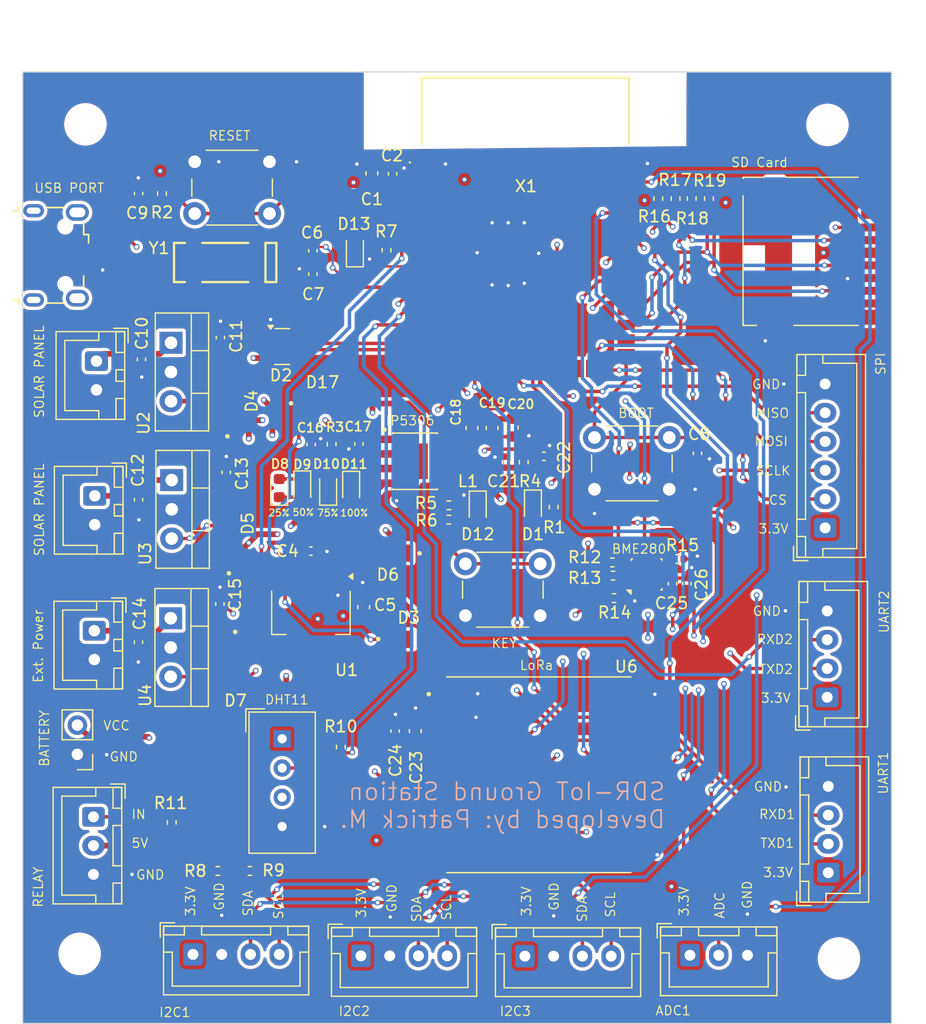
<source format=kicad_pcb>
(kicad_pcb (version 20240108) (generator "pcbnew") (generator_version "8.0")
  (layers (0 "F.Cu" signal) (1 "In1.Cu" power "GND") (2 "In2.Cu" power "PWR") (31 "B.Cu" signal) (34 "B.Paste" user) (35 "F.Paste" user) (36 "B.SilkS" user "B.Silkscreen") (37 "F.SilkS" user "F.Silkscreen") (38 "B.Mask" user) (39 "F.Mask" user) (44 "Edge.Cuts" user))
  (net 0 "")
  (net 1 "+3.3VREG")
  (net 2 "GND")
  (net 3 "CHIP_PU")
  (net 4 "5VUSB")
  (net 5 "XTAL_32K_P")
  (net 6 "XTAL_32K_N")
  (net 7 "BOOT")
  (net 8 "Net-(J12-Pin_1)")
  (net 9 "Net-(U2-VO)")
  (net 10 "Net-(J13-Pin_1)")
  (net 11 "Net-(U3-VO)")
  (net 12 "Net-(U4-VO)")
  (net 13 "Net-(C16-Pad2)")
  (net 14 "VIN_IP")
  (net 15 "VOUT_IP")
  (net 16 "BAT")
  (net 17 "Net-(C22-Pad1)")
  (net 18 "Net-(D1-A)")
  (net 19 "USB_D-")
  (net 20 "USB_D+")
  (net 21 "Net-(D8-A)")
  (net 22 "Net-(D10-K)")
  (net 23 "Net-(D10-A)")
  (net 24 "Net-(D12-A)")
  (net 25 "Net-(D13-A)")
  (net 26 "Net-(J11-Pin_1)")
  (net 31 "Net-(U8-CSB)")
  (net 32 "Net-(U8-SDO)")
  (net 33 "SCLK")
  (net 34 "MISO")
  (net 35 "MOSI")
  (net 36 "CS")
  (net 37 "SDA")
  (net 38 "SCL")
  (net 39 "TXD2")
  (net 40 "RXD2")
  (net 41 "ADC")
  (net 42 "TXD1")
  (net 43 "RXD1")
  (net 45 "MOSI_SD")
  (net 46 "SCLK_SD")
  (net 47 "CS_SD")
  (net 48 "MISO_SD")
  (net 49 "RELAY")
  (net 50 "Net-(U5-SW)")
  (net 51 "Net-(U5-KEY)")
  (net 52 "Net-(U1-VI)")
  (net 53 "DHT_DATA")
  (net 54 "LED")
  (net 55 "IRQ1")
  (net 57 "IRQ3")
  (net 60 "IRQ2")
  (net 61 "RESET")
  (net 62 "MISO_LORA")
  (net 63 "CS_LORA")
  (net 64 "SCLK_LORA")
  (net 65 "MOSI_LORA")
  (net 74 "Net-(J16-Pin_1)")
  (net 75 "Net-(R6-Pad2)")
  (footprint "Capacitor_SMD:C_0402_1005Metric" (layer "F.Cu") (at 126.276 78.506 90)
    (property "Reference" "C17")
    (property "Value" "10uF")
  )
  (footprint "LED_SMD:LED_0603_1608Metric" (layer "F.Cu") (at 123.6 82.34 90)
    (property "Reference" "D10")
    (property "Value" "75%")
  )
  (footprint "Resistor_SMD:R_0402_1005Metric" (layer "F.Cu") (at 148.31 88.8 180)
    (property "Reference" "R12")
    (property "Value" "10k")
  )
  (footprint "Capacitor_SMD:C_0402_1005Metric" (layer "F.Cu") (at 122.27 61.734 90)
    (property "Reference" "C6")
    (property "Value" "10pF" (hide yes))
  )
  (footprint "DFLS130L-7:DIO_DFLS130L-7" (layer "F.Cu") (at 114.994 87.043 90)
    (property "Reference" "D5")
    (property "Value" "DFLS130L-7")
  )
  (footprint "DFLS130L-7:DIO_DFLS130L-7" (layer "F.Cu") (at 130.66 95.48)
    (property "Reference" "D3")
    (property "Value" "DFLS130L-7")
  )
  (footprint "Capacitor_SMD:C_0402_1005Metric" (layer "F.Cu") (at 142.35 79.59)
    (property "Reference" "C22")
    (property "Value" "0u1F")
  )
  (footprint "Capacitor_SMD:C_0402_1005Metric" (layer "F.Cu") (at 122.1 87.816)
    (property "Reference" "C4")
    (property "Value" "10uF" (hide yes))
  )
  (footprint "LED_SMD:LED_0603_1608Metric" (layer "F.Cu") (at 121.35 82.34 -90)
    (property "Reference" "D9")
    (property "Value" "50%")
  )
  (footprint "MountingHole:MountingHole_3.2mm_M3" (layer "F.Cu") (at 102.5 50.75)
    (property "Reference" "H1")
    (property "Value" "MountingHole")
  )
  (footprint "Connector_JST:JST_XH_B4B-XH-A_1x04_P2.50mm_Vertical" (layer "F.Cu") (at 167.075 115.75 90)
    (property "Reference" "J7" (hide yes))
    (property "Value" "Conn_01x04_Pin" (hide yes))
  )
  (footprint "Capacitor_SMD:C_0402_1005Metric" (layer "F.Cu") (at 107.122 56.758 90)
    (property "Reference" "C9")
    (property "Value" "0u1F" (hide yes))
  )
  (footprint "ESP32-S3-WROOM-1-N16R8:ESP32S3WROOM1N8R2" (layer "F.Cu") (at 140.75 59.46)
    (property "Reference" "X1")
    (property "Value" "ESP32-S3-WROOM-1-N16R8" (hide yes))
    (property "VALUE" "ESP32-S3-WROOM-1-N16R8" (hide yes))
  )
  (footprint "RA-02_LORA:MODULE_RA-02_LORA" (layer "F.Cu") (at 141.919048 107.2465)
    (property "Reference" "U6")
    (property "Value" "Ai-Thinker-Ra-02")
  )
  (footprint "Resistor_SMD:R_0402_1005Metric" (layer "F.Cu") (at 110 111.39 -90)
    (property "Reference" "R11")
    (property "Value" "1k")
  )
  (footprint "DFLS130L-7:DIO_DFLS130L-7" (layer "F.Cu") (at 123.075 75)
    (property "Reference" "D17")
    (property "Value" "DFLS130L-7")
  )
  (footprint "MountingHole:MountingHole_3.2mm_M3" (layer "F.Cu") (at 102 122.8)
    (property "Reference" "H2")
    (property "Value" "MountingHole")
  )
  (footprint "Capacitor_SMD:C_0402_1005Metric" (layer "F.Cu") (at 114.232 69.263 90)
    (property "Reference" "C11")
    (property "Value" "0u1F")
  )
  (footprint "Connector_USB:USB_Micro-B_Wuerth_629105150521" (layer "F.Cu") (at 99.95 62.125 -90)
    (property "Reference" "J1")
    (property "Value" "USB_B_Micro" (hide yes))
  )
  (footprint "Connector_JST:JST_XH_B2B-XH-A_1x02_P2.50mm_Vertical" (layer "F.Cu") (at 103.274 94.737 -90)
    (property "Reference" "J13" (hide yes))
    (property "Value" "Conn_01x02_Pin" (hide yes))
  )
  (footprint "Capacitor_SMD:C_0402_1005Metric" (layer "F.Cu") (at 155.7 79.33 -90)
    (property "Reference" "C8")
    (property "Value" "0u1F" (hide yes))
  )
  (footprint "Connector_JST:JST_XH_B2B-XH-A_1x02_P2.50mm_Vertical" (layer "F.Cu") (at 103.458 71.315 -90)
    (property "Reference" "J11" (hide yes))
    (property "Value" "Conn_01x02_Pin" (hide yes))
  )
  (footprint "Capacitor_SMD:C_0402_1005Metric" (layer "F.Cu") (at 114.74 80.975 90)
    (property "Reference" "C13")
    (property "Value" "0u1F")
  )
  (footprint "LED_SMD:LED_0603_1608Metric" (layer "F.Cu") (at 125.9235 61.64 90)
    (property "Reference" "D13")
    (property "Value" "LED")
  )
  (footprint "Button_Switch_THT:SW_PUSH_6mm" (layer "F.Cu") (at 153.25 82.45 180)
    (property "Reference" "SW1")
    (property "Value" "SW_Push")
  )
  (footprint "Capacitor_SMD:C_0402_1005Metric" (layer "F.Cu") (at 129.419048 103.4525 90)
    (property "Reference" "C24")
    (property "Value" "0u1F")
  )
  (footprint "Capacitor_SMD:C_0603_1608Metric" (layer "F.Cu") (at 139.6 77.09 -90)
    (property "Reference" "C20")
    (property "Value" "22uF")
  )
  (footprint "DFLS130L-7:DIO_DFLS130L-7" (layer "F.Cu") (at 114.867 75.144 90)
    (property "Reference" "D4")
    (property "Value" "DFLS130L-7")
  )
  (footprint "Connector_JST:JST_XH_B6B-XH-A_1x06_P2.50mm_Vertical" (layer "F.Cu") (at 166.8 85.8 90)
    (property "Reference" "J2" (hide yes))
    (property "Value" "Conn_01x06_Pin" (hide yes))
  )
  (footprint "Package_TO_SOT_THT:TO-220-3_Vertical" (layer "F.Cu") (at 109.914 93.647 -90)
    (property "Reference" "U4")
    (property "Value" "LM7805")
  )
  (footprint "Connector_JST:JST_XH_B4B-XH-A_1x04_P2.50mm_Vertical" (layer "F.Cu") (at 126.45 122.975)
    (property "Reference" "J8" (hide yes))
    (property "Value" "Conn_01x04_Pin" (hide yes))
  )
  (footprint "Resistor_SMD:R_0402_1005Metric" (layer "F.Cu") (at 123.9 78.535 90)
    (property "Reference" "R3")
    (property "Value" "2R")
  )
  (footprint "Capacitor_SMD:C_0603_1608Metric" (layer "F.Cu") (at 127.4 55 90)
    (property "Reference" "C1")
    (property "Value" "22uF" (hide yes))
  )
  (footprint "Resistor_SMD:R_0402_1005Metric" (layer "F.Cu") (at 143.2 83.9875 -90)
    (property "Reference" "R1")
    (property "Value" "1k")
  )
  (footprint "DFLS130L-7:DIO_DFLS130L-7" (layer "F.Cu") (at 128.846 87.996 180)
    (property "Reference" "D6")
    (property "Value" "DFLS130L-7")
  )
  (footprint "Resistor_SMD:R_0402_1005Metric" (layer "F.Cu") (at 153.8 57.2 -90)
    (property "Reference" "R17")
    (property "Value" "10K")
  )
  (footprint "Inductor_SMD:L_0402_1005Metric" (layer "F.Cu") (at 135.6 80.09 -90)
    (property "Reference" "L1")
    (property "Value" "1uH")
  )
  (footprint "Capacitor_SMD:C_0402_1005Metric" (layer "F.Cu") (at 107.12 83.349 -90)
    (property "Reference" "C12")
    (property "Value" "0u33F")
  )
  (footprint "Package_LGA:Bosch_LGA-8_2.5x2.5mm_P0.65mm_ClockwisePinNumbering" (layer "F.Cu") (at 151.283 89.85 90)
    (property "Reference" "U8" (hide yes))
    (property "Value" "BME280")
  )
  (footprint "Resistor_SMD:R_0402_1005Metric" (layer "F.Cu") (at 153.988 88.501 180)
    (property "Reference" "R15")
    (property "Value" "10k")
  )
  (footprint "Capacitor_SMD:C_0603_1608Metric" (layer "F.Cu") (at 131.171048 103.4525 90)
    (property "Reference" "C23")
    (property "Value" "22uF/16V")
  )
  (footprint "LED_SMD:LED_0603_1608Metric" (layer "F.Cu") (at 119.35 82.34 90)
    (property "Reference" "D8")
    (property "Value" "25%")
  )
  (footprint "Button_Switch_THT:SW_PUSH_6mm" (layer "F.Cu") (at 112 54)
    (property "Reference" "SW2")
    (property "Value" "SW_Push" (hide yes))
  )
  (footprint "Capacitor_SMD:C_0402_1005Metric" (layer "F.Cu") (at 154.783 90.65 90)
    (property "Reference" "C26")
    (property "Value" "0u1F")
  )
  (footprint "Connector_JST:JST_XH_B4B-XH-A_1x04_P2.50mm_Vertical" (layer "F.Cu") (at 166.98 100.515 90)
    (property "Reference" "J4" (hide yes))
    (property "Value" "Conn_01x04_Pin" (hide yes))
  )
  (footprint "Package_TO_SOT_THT:TO-220-3_Vertical" (layer "F.Cu") (at 109.941 69.72 -90)
    (property "Reference" "U2")
    (property "Value" "LM7805")
  )
  (footprint "Resistor_SMD:R_0402_1005Metric" (layer "F.Cu") (at 109.154 56.758 -90)
    (property "Reference" "R2")
    (property "Value" "10k" (hide yes))
  )
  (footprint "WE-XTAL_85SMX:WE-XTAL_85SMX" (layer "F.Cu") (at 114.65 62.75 180)
    (property "Reference" "Y1")
    (property "Value" "WE-XTAL_85SMX" (hide yes))
  )
  (footprint "Resistor_SMD:R_0402_1005Metric" (layer "F.Cu") (at 148.36 89.95 180)
    (property "Reference" "R13")
    (property "Value" "10k")
  )
  (footprint "Capacitor_SMD:C_0402_1005Metric" (layer "F.Cu") (at 122.122 78.563 -90)
    (property "Reference" "C16")
    (property "Value" "10uF")
  )
  (footprint "LED_SMD:LED_0603_1608Metric" (layer "F.Cu") (at 136.6 84.09 -90)
    (property "Reference" "D12")
    (property "Value" "LED")
  )
  (footprint "Connector_Card:microSD_HC_Hirose_DM3D-SF" (layer "F.Cu") (at 165.45 61.78 90)
    (property "Reference" "J15" (hide yes))
    (property "Value" "Micro_SD_Card")
  )
  (footprint "Connector_JST:JST_XH_B3B-XH-A_1x03_P2.50mm_Vertical" (layer "F.Cu") (at 155.05 122.92)
    (property "Reference" "J6" (hide yes))
    (property "Value" "Conn_01x03_Pin" (hide yes))
  )
  (footprint "Capacitor_SMD:C_0402_1005Metric" (layer "F.Cu") (at 153.533 90.65 90)
    (property "Reference" "C25")
    (property "Value" "1uF")
  )
  (footprint "Capacitor_SMD:C_0603_1608Metric" (layer "F.Cu") (at 136.1 77.115 -90)
    (property "Reference" "C18")
    (property "Value" "22uF")
  )
  (footprint "Resistor_SMD:R_0402_1005Metric" (layer "F.Cu") (at 116.8 115.6 180)
    (property "Reference" "R9")
    (property "Value" "1k")
  )
  (footprint "Resistor_SMD:R_0402_1005Metric" (layer "F.Cu") (at 140.6 80.09 -90)
    (property "Reference" "R4")
    (property "Value" "1R")
  )
  (footprint "Package_TO_SOT_THT:TO-220-3_Vertical" (layer "F.Cu") (at 110 81.649 -90)
    (property "Reference" "U3")
    (property "Value" "LM7805")
  )
  (footprint "Resistor_SMD:R_0402_1005Metric" (layer "F.Cu") (at 124.7025 104.8325 90)
    (property "Reference" "R10")
    (property "Value" "10k")
  )
  (footprint "Capacitor_SMD:C_0402_1005Metric" (layer "F.Cu") (at 129.2 55.045 90)
    (property "Reference" "C2")
    (property "Value" "0u1F" (hide yes))
  )
  (footprint "Resistor_SMD:R_0402_1005Metric" (layer "F.Cu") (at 156.7 57.2 -90)
    (property "Reference" "R19")
    (property "Value" "10K")
  )
  (footprint "Capacitor_SMD:C_0402_1005Metric" (layer "F.Cu") (at 122.27 63.766 -90)
    (property "Reference" "C7")
    (property "Value" "10pF" (hide yes))
  )
  (footprint "LED_SMD:LED_0603_1608Metric" (layer "F.Cu") (at 141.4 84 -90)
    (property "Reference" "D1")
    (property "Value" "LED")
  )
  (footprint "Capacitor_SMD:C_0402_1005Metric" (layer "F.Cu") (at 107.114 95.727 -90)
    (property "Reference" "C14")
    (property "Value" "0u33F")
  )
  (footprint "Connector_JST:JST_XH_B2B-XH-A_1x02_P2.50mm_Vertical" (layer "F.Cu") (at 103.31 83.019 -90)
    (property "Reference" "J12" (hide yes))
    (property "Value" "Conn_01x02_Pin" (hide yes))
  )
  (footprint "Package_TO_SOT_SMD:SOT-143" (layer "F.Cu") (at 119.6 70.05)
    (property "Reference" "D2")
    (property "Value" "SP0503BAHT")
  )
  (footprint "Resistor_SMD:R_0402_1005Metric" (layer "F.Cu") (at 128.6735 61.6875 -90)
    (property "Reference" "R7")
    (property "Value" "1k")
  )
  (footprint "Resistor_SMD:R_0402_1005Metric" (layer "F.Cu") (at 152.3 57.2 -90)
    (property "Reference" "R16")
    (property "Value" "10K")
  )
  (footprint "DFLS130L-7:DIO_DFLS130L-7" (layer "F.Cu") (at 115.5 97.539 -90)
    (property "Reference" "D7")
    (property "Value" "DFLS130L-7")
  )
  (footprint "Capacitor_SMD:C_0402_1005Metric" (layer "F.Cu") (at 139.1 80.09 90)
    (property "Reference" "C21")
    (property "Value" "0u1F")
  )
  (footprint "Connector_JST:JST_XH_B4B-XH-A_1x04_P2.50mm_Vertical" (layer "F.Cu") (at 140.7 123)
    (property "Reference" "J5" (hide yes))
    (property "Value" "Conn_01x04_Pin" (hide yes))
  )
  (footprint "Connector_PinHeader_2.54mm:PinHeader_1x02_P2.54mm_Vertical" (layer "F.Cu") (at 101.8 105.475 180)
    (property "Reference" "J14" (hide yes))
    (property "Value" "Conn_01x02_Pin")
  )
  (footprint "Connector_JST:JST_XH_B3B-XH-A_1x03_P2.50mm_Vertical" (layer "F.Cu") (at 103.2 110.9 -90)
    (property "Reference" "J16" (hide yes))
    (property "Value" "Conn_01x03_Pin" (hide yes))
  )
  (footprint "LED_SMD:LED_0603_1608Metric" (layer "F.Cu") (at 125.6 82.3775 -90)
    (property "Reference" "D11")
    (property "Value" "100%")
  )
  (footprint "Resistor_SMD:R_0402_1005Metric" (layer "F.Cu") (at 148.453 91.9 180)
    (property "Reference" "R14")
    (property "Value" "10k")
  )
  (footprint "Connector_JST:JST_XH_B4B-XH-A_1x04_P2.50mm_Vertical" (layer "F.Cu") (at 111.85 122.85)
    (property "Reference" "J3" (hide yes))
    (property "Value" "Conn_01x04_Pin" (hide yes))
  )
  (footprint "Package_TO_SOT_SMD:SOT-223-3_TabPin2" (layer "F.Cu") (at 122.1 93.15 -90)
    (property "Reference" "U1")
    (property "Value" "AMS1117-3.3" (hide yes))
  )
  (footprint "Capacitor_SMD:C_0402_1005Metric" (layer "F.Cu") (at 107.374 71.165 -90)
    (property "Reference" "C10")
    (property "Value" "0u33F")
  )
  (footprint "Button_Switch_THT:SW_PUSH_6mm" (layer "F.Cu") (at 135.533 88.92)
    (property "Reference" "SW3")
    (property "Value" "SW_Push")
  )
  (footprint "IP5306:SOIC9P127_490X600X170L84X42T330X241N" (layer "F.Cu") (at 131.155 80.0138)
    (property "Reference" "U5" (hide yes))
    (property "Value" "IP5306")
  )
  (footprint "Resistor_SMD:R_0402_1005Metric" (layer "F.Cu") (at 114 115.6 180)
    (property "Reference" "R8")
    (property "Value" "1k")
  )
  (footprint "Capacitor_SMD:C_0603_1608Metric" (layer "F.Cu") (at 137.85 77.115 -90)
    (property "Reference" "C19")
    (property "Value" "22uF")
  )
  (footprint "Resistor_SMD:R_0402_1005Metric" (layer "F.Cu") (at 155.2 57.2 -90)
    (property "Reference" "R18")
    (property "Value" "10K")
  )
  (footprint "Sensor:Aosong_DHT11_5.5x12.0_P2.54mm" (layer "F.Cu") (at 119.6 104.12)
    (property "Reference" "U7")
    (property "Value" "DHT11")
  )
  (footprint "Capacitor_SMD:C_0603_1608Metric" (layer "F.Cu") (at 126.686 92.682 90)
    (property "Reference" "C5")
    (property "Value" "22uF")
  )
  (footprint "Capacitor_SMD:C_0402_1005Metric" (layer "F.Cu") (at 114.189 92.407 90)
    (property "Reference" "C15")
    (property "Value" "0u1F")
  )
  (footprint "Resistor_SMD:R_0402_1005Metric" (layer "F.Cu") (at 134.1 83.84)
    (property "Reference" "R5")
    (property "Value" "20R")
  )
  (footprint "MountingHole:MountingHole_3.2mm_M3" (layer "F.Cu") (at 168 123.2)
    (property "Reference" "H4" (hide yes))
    (property "Value" "MountingHole")
  )
  (footprint "Resistor_SMD:R_0402_1005Metric" (layer "F.Cu") (at 134.1 85.09)
    (property "Reference" "R6")
    (property "Value" "10k")
  )
  (footprint "MountingHole:MountingHole_3.2mm_M3" (layer "F.Cu") (at 167 50.8)
    (property "Reference" "H3")
    (property "Value" "MountingHole")
  )
  (gr_rect (start 97.0475 46.194) (end 172.5675 128.85) (stroke (width 0.1)) (fill none) (layer "Edge.Cuts"))
  (gr_text "SDR-IoT Ground Station\nDeveloped by: Patrick M." (at 153 112 0) (layer "B.SilkS") (effects (font (size 1.5 1.5)) (justify left bottom mirror)))
  (gr_text "3.3V" (at 155 119.6 90) (layer "F.SilkS") (effects (font (size 0.8 0.8) (thickness 0.1)) (justify left bottom)))
  (gr_text "3.3V" (at 161.35 116.2 0) (layer "F.SilkS") (effects (font (size 0.8 0.8) (thickness 0.1)) (justify left bottom)))
  (gr_text "GND" (at 114.6 119.1 90) (layer "F.SilkS") (effects (font (size 0.8 0.8) (thickness 0.1)) (justify left bottom)))
  (gr_text "CS" (at 161.85 83.85 0) (layer "F.SilkS") (effects (font (size 0.8 0.8) (thickness 0.1)) (justify left bottom)))
  (gr_text "I2C3" (at 138.45 128.25 0) (layer "F.SilkS") (effects (font (size 0.8 0.8) (thickness 0.1)) (justify left bottom)))
  (gr_text "SD Card" (at 158.566357 54.529355 0) (layer "F.SilkS") (effects (font (size 0.8 0.8) (thickness 0.1)) (justify left bottom)))
  (gr_text "75%" (at 122.6 84.85 0) (layer "F.SilkS") (effects (font (size 0.6 0.6) (thickness 0.1) (bold yes)) (justify left bottom)))
  (gr_text "3.3V" (at 141.3 119.6 90) (layer "F.SilkS") (effects (font (size 0.8 0.8) (thickness 0.1)) (justify left bottom)))
  (gr_text "SCL" (at 134.35 119.95 90) (layer "F.SilkS") (effects (font (size 0.8 0.8) (thickness 0.1)) (justify left bottom)))
  (gr_text "3.3V" (at 126.95 119.75 90) (layer "F.SilkS") (effects (font (size 0.8 0.8) (thickness 0.1)) (justify left bottom)))
  (gr_text "MOSI" (at 160.6 78.75 0) (layer "F.SilkS") (effects (font (size 0.8 0.8) (thickness 0.1)) (justify left bottom)))
  (gr_text "TXD2" (at 161 98.55 0) (layer "F.SilkS") (effects (font (size 0.8 0.8) (thickness 0.1)) (justify left bottom)))
  (gr_text "BME280" (at 148.2 88.1 0) (layer "F.SilkS") (effects (font (size 0.8 0.8) (thickness 0.1)) (justify left bottom)))
  (gr_text "ADC" (at 158.1 119.8 90) (layer "F.SilkS") (effects (font (size 0.8 0.8) (thickness 0.1)) (justify left bottom)))
  (gr_text "GND" (at 104.55 106.15 0) (layer "F.SilkS") (effects (font (size 0.8 0.8) (thickness 0.1)) (justify left bottom)))
  (gr_text "SCL" (at 119.75 119.85 90) (layer "F.SilkS") (effects (font (size 0.8 0.8) (thickness 0.1)) (justify left bottom)))
  (gr_text "UART2" (at 172.4 95 90) (layer "F.SilkS") (effects (font (size 0.8 0.8) (thickness 0.1)) (justify left bottom)))
  (gr_text "GND" (at 106.85 116.4 0) (layer "F.SilkS") (effects (font (size 0.8 0.8) (thickness 0.1)) (justify left bottom)))
  (gr_text "GND" (at 160.45 93.5 0) (layer "F.SilkS") (effects (font (size 0.8 0.8) (thickness 0.1)) (justify left bottom)))
  (gr_text "UART1" (at 172.325 109 90) (layer "F.SilkS") (effects (font (size 0.8 0.8) (thickness 0.1)) (justify left bottom)))
  (gr_text "MISO" (at 160.7 76.3 0) (layer "F.SilkS") (effects (font (size 0.8 0.8) (thickness 0.1)) (justify left bottom)))
  (gr_text "3.3V" (at 112.1 119.6 90) (layer "F.SilkS") (effects (font (size 0.8 0.8) (thickness 0.1)) (justify left bottom)))
  (gr_text "5V" (at 106.45 113.65 0) (layer "F.SilkS") (effects (font (size 0.8 0.8) (thickness 0.1)) (justify left bottom)))
  (gr_text "50%" (at 120.45 84.8 0) (layer "F.SilkS") (effects (font (size 0.6 0.6) (thickness 0.1) (bold yes)) (justify left bottom)))
  (gr_text "BATTERY" (at 99.4 106.6 90) (layer "F.SilkS") (effects (font (size 0.8 0.8) (thickness 0.1)) (justify left bottom)))
  (gr_text "KEY" (at 137.75 96.3 0) (layer "F.SilkS") (effects (font (size 0.8 0.8) (thickness 0.1)) (justify left bottom)))
  (gr_text "SDA" (at 131.75 120.1 90) (layer "F.SilkS") (effects (font (size 0.8 0.8) (thickness 0.1)) (justify left bottom)))
  (gr_text "I2C1" (at 108.85 128.35 0) (layer "F.SilkS") (effects (font (size 0.8 0.8) (thickness 0.1)) (justify left bottom)))
  (gr_text "RELAY" (at 98.863 118.832856 90) (layer "F.SilkS") (effects (font (size 0.8 0.8) (thickness 0.1)) (justify left bottom)))
  (gr_text "USB PORT" (at 98 56.75 0) (layer "F.SilkS") (effects (font (size 0.8 0.8) (thickness 0.1)) (justify left bottom)))
  (gr_text "BOOT" (at 148.75 76.3 0) (layer "F.SilkS") (effects (font (size 0.8 0.8) (thickness 0.1)) (justify left bottom)))
  (gr_text "RXD1" (at 161 111.15 0) (layer "F.SilkS") (effects (font (size 0.8 0.8) (thickness 0.1)) (justify left bottom)))
  (gr_text "GND" (at 129.6 119.25 90) (layer "F.SilkS") (effects (font (size 0.8 0.8) (thickness 0.1)) (justify left bottom)))
  (gr_text "SCLK" (at 160.7 81.3 0) (layer "F.SilkS") (effects (font (size 0.8 0.8) (thickness 0.1)) (justify left bottom)))
  (gr_text "25%" (at 118.35 84.85 0) (layer "F.SilkS") (effects (font (size 0.6 0.6) (thickness 0.1) (bold yes)) (justify left bottom)))
  (gr_text "GND" (at 160.5 118.95 90) (layer "F.SilkS") (effects (font (size 0.8 0.8) (thickness 0.1)) (justify left bottom)))
  (gr_text "LoRa" (at 140.2 98.2 0) (layer "F.SilkS") (effects (font (size 0.8 0.8) (thickness 0.1)) (justify left bottom)))
  (gr_text "100%" (at 124.6 84.85 0) (layer "F.SilkS") (effects (font (size 0.6 0.6) (thickness 0.1) (bold yes)) (justify left bottom)))
  (gr_text "SDA" (at 146.15 120.1 90) (layer "F.SilkS") (effects (font (size 0.8 0.8) (thickness 0.1)) (justify left bottom)))
  (gr_text "SOLAR PANEL" (at 98.958 76.315 90) (layer "F.SilkS") (effects (font (size 0.8 0.8) (thickness 0.1)) (justify left bottom)))
  (gr_text "RESET" (at 113.15 52.2 0) (layer "F.SilkS") (effects (font (size 0.8 0.8) (thickness 0.1)) (justify left bottom)))
  (gr_text "RXD2" (at 160.8 95.95 0) (layer "F.SilkS") (effects (font (size 0.8 0.8) (thickness 0.1)) (justify left bottom)))
  (gr_text "SDA" (at 117.1 119.6 90) (layer "F.SilkS") (effects (font (size 0.8 0.8) (thickness 0.1)) (justify left bottom)))
  (gr_text "GND" (at 143.7 119.1 90) (layer "F.SilkS") (effects (font (size 0.8 0.8) (thickness 0.1)) (justify left bottom)))
  (gr_text "DHT11" (at 118.05 101.2 0) (layer "F.SilkS") (effects (font (size 0.8 0.8) (thickness 0.1)) (justify left bottom)))
  (gr_text "TXD1" (at 161.1 113.65 0) (layer "F.SilkS") (effects (font (size 0.8 0.8) (thickness 0.1)) (justify left bottom)))
  (gr_text "3.3V" (at 161.15 101.05 0) (layer "F.SilkS") (effects (font (size 0.8 0.8) (thickness 0.1)) (justify left bottom)))
  (gr_text "Ext. Power" (at 98.868941 99.315 90) (layer "F.SilkS") (effects (font (size 0.8 0.8) (thickness 0.1)) (justify left bottom)))
  (gr_text "SPI" (at 172.097928 72.584928 90) (layer "F.SilkS") (effects (font (size 0.8 0.8) (thickness 0.1)) (justify left bottom)))
  (gr_text "VCC" (at 104 103.443 0) (layer "F.SilkS") (effects (font (size 0.8 0.8) (thickness 0.1)) (justify left bottom)))
  (gr_text "GND" (at 160.4 73.8 0) (layer "F.SilkS") (effects (font (size 0.8 0.8) (thickness 0.1)) (justify left bottom)))
  (gr_text "3.3V" (at 160.95 86.35 0) (layer "F.SilkS") (effects (font (size 0.8 0.8) (thickness 0.1)) (justify left bottom)))
  (gr_text "GND" (at 160.55 108.75 0) (layer "F.SilkS") (effects (font (size 0.8 0.8) (thickness 0.1)) (justify left bottom)))
  (gr_text "IP5306" (at 128.55 76.96 0) (layer "F.SilkS") (effects (font (size 0.8 0.8) (thickness 0.1)) (justify left bottom)))
  (gr_text "IN" (at 106.45 111.15 0) (layer "F.SilkS") (effects (font (size 0.8 0.8) (thickness 0.1)) (justify left bottom)))
  (gr_text "ADC1" (at 152 128.2 0) (layer "F.SilkS") (effects (font (size 0.8 0.8) (thickness 0.1)) (justify left bottom)))
  (gr_text "I2C2" (at 124.45 128.25 0) (layer "F.SilkS") (effects (font (size 0.8 0.8) (thickness 0.1)) (justify left bottom)))
  (gr_text "SCL" (at 148.6 119.7 90) (layer "F.SilkS") (effects (font (size 0.8 0.8) (thickness 0.1)) (justify left bottom)))
  (gr_text "SOLAR PANEL" (at 98.958 88.315 90) (layer "F.SilkS") (effects (font (size 0.8 0.8) (thickness 0.1)) (justify left bottom)))
  (segment (start 156.7 56.69) (end 155.2 56.69) (width 0.5) (layer "F.Cu") (net 1))
  (segment (start 155.6 98.3) (end 151.7215 94.4215) (width 0.5) (layer "F.Cu") (net 1))
  (segment (start 170.8 61.905) (end 166.655 61.905) (width 0.5) (layer "F.Cu") (net 1))
  (segment (start 140.7 120.4) (end 139.3 119) (width 0.5) (layer "F.Cu") (net 1))
  (segment (start 147.85 89.95) (end 147.85 91.807) (width 0.5) (layer "F.Cu") (net 1))
  (segment (start 157.29 56.69) (end 156.7 56.69) (width 0.5) (layer "F.Cu") (net 1))
  (segment (start 153.8 56.69) (end 152.3 56.69) (width 0.5) (layer "F.Cu") (net 1))
  (segment (start 109 54.8) (end 109 56.094) (width 0.5) (layer "F.Cu") (net 1))
  (segment (start 152.308 93.835) (end 151.7215 94.4215) (width 0.5) (layer "F.Cu") (net 1))
  (segment (start 129.5 97.55) (end 128.35 98.7) (width 0.5) (layer "F.Cu") (net 1))
  (segment (start 126.5 112.95) (end 126.45 113) (width 0.5) (layer "F.Cu") (net 1))
  (segment (start 151.1 91.55) (end 151.1 89.9) (width 0.3) (layer "F.Cu") (net 1))
  (segment (start 157.815 100.515) (end 155.6 98.3) (width 0.5) (layer "F.Cu") (net 1))
  (segment (start 131.171048 104.2275) (end 134.200048 104.2275) (width 0.5) (layer "F.Cu") (net 1))
  (segment (start 113.49 115.11) (end 114.1 114.5) (width 0.5) (layer "F.Cu") (net 1))
  (segment (start 152.308 92.65) (end 152.308 93.835) (width 0.5) (layer "F.Cu") (net 1))
  (segment (start 111.85 118.6) (end 113.49 116.96) (width 0.5) (layer "F.Cu") (net 1))
  (segment (start 119.6 104.12) (end 124.5 104.12) (width 0.5) (layer "F.Cu") (net 1))
  (segment (start 129.255 55.47) (end 129.2 55.525) (width 0.5) (layer "F.Cu") (net 1))
  (segment (start 122.1 98.25) (end 122.1 96.3) (width 0.5) (layer "F.Cu") (net 1))
  (segment (start 125.825 55.775) (end 125.8 55.8) (width 0.5) (layer "F.Cu") (net 1))
  (segment (start 126.45 115.3) (end 126.45 113) (width 0.5) (layer "F.Cu") (net 1))
  (segment (start 115.19 114.5) (end 116.29 115.6) (width 0.5) (layer "F.Cu") (net 1))
  (segment (start 147.85 91.807) (end 147.943 91.9) (width 0.5) (layer "F.Cu") (net 1))
  (segment (start 151.1 91.55) (end 152.2 92.65) (width 0.5) (layer "F.Cu") (net 1))
  (segment (start 155.05 118.55) (end 154.425 117.925) (width 0.5) (layer "F.Cu") (net 1))
  (segment (start 129.2 55.525) (end 127.65 55.525) (width 0.5) (layer "F.Cu") (net 1))
  (segment (start 126.45 113) (end 126.45 104.3225) (width 0.5) (layer "F.Cu") (net 1))
  (segment (start 147.8 87.25) (end 144.0275 83.4775) (width 0.5) (layer "F.Cu") (net 1))
  (segment (start 151.1 89.9) (end 151.475 89.525) (width 0.3) (layer "F.Cu") (net 1))
  (segment (start 151.1 57.35) (end 151.76 56.69) (width 0.5) (layer "F.Cu") (net 1))
  (segment (start 126.45 104.3225) (end 129.029048 104.3225) (width 0.5) (layer "F.Cu") (net 1))
  (segment (start 130.876048 103.9325) (end 131.171048 104.2275) (width 0.5) (layer "F.Cu") (net 1))
  (segment (start 147.8 88.8) (end 147.8 87.25) (width 0.5) (layer "F.Cu") (net 1))
  (segment (start 144.0275 83.4775) (end 143.2 83.4775) (width 0.5) (layer "F.Cu") (net 1))
  (segment (start 131.05 115.3) (end 126.45 115.3) (width 0.5) (layer "F.Cu") (net 1))
  (segment (start 132.08 55.55) (end 132 55.47) (width 0.5) (layer "F.Cu") (net 1))
  (segment (start 115.19 114.5) (end 125.55 114.5) (width 0.5) (layer "F.Cu") (net 1))
  (segment (start 142.293 97.55) (end 129.5 97.55) (width 0.5) (layer "F.Cu") (net 1))
  (segment (start 158.15 90.05) (end 158.15 95.05) (width 0.5) (layer "F.Cu") (net 1))
  (segment (start 129.419048 103.9325) (end 130.876048 103.9325) (width 0.5) (layer "F.Cu") (net 1))
  (segment (start 135.45 55.55) (end 132.08 55.55) (width 0.5) (layer "F.Cu") (net 1))
  (segment (start 153.533 91.13) (end 154.783 91.13) (width 0.5) (layer "F.Cu") (net 1))
  (segment (start 145.4215 94.4215) (end 142.293 97.55) (width 0.5) (layer "F.Cu") (net 1))
  (segment (start 122.6 98.75) (end 122.1 98.25) (width 0.5) (layer "F.Cu") (net 1))
  (segment (start 113.49 115.6) (end 113.49 115.11) (width 0.5) (layer "F.Cu") (net 1))
  (segment (start 162.4 85.8) (end 158.15 90.05) (width 0.5) (layer "F.Cu") (net 1))
  (segment (start 158.15 57.55) (end 157.29 56.69) (width 0.5) (layer "F.Cu") (net 1))
  (segment (start 155.2 56.69) (end 153.8 56.69) (width 0.5) (layer "F.Cu") (net 1))
  (segment (start 166.98 100.515) (end 157.815 100.515) (width 0.5) (layer "F.Cu") (net 1))
  (segment (start 124.7025 104.3225) (end 126.45 104.3225) (width 0.5) (layer "F.Cu") (net 1))
  (segment (start 166.8 85.8) (end 162.4 85.8) (width 0.5) (layer "F.Cu") (net 1))
  (segment (start 139.3 119) (end 134.75 119) (width 0.5) (layer "F.Cu") (net 1))
  (segment (start 167.075 115.75) (end 156.6 115.75) (width 0.5) (layer "F.Cu") (net 1))
  (segment (start 152.308 90.825) (end 152.613 91.13) (width 0.5) (layer "F.Cu") (net 1))
  (segment (start 152.613 91.13) (end 153.533 91.13) (width 0.5) (layer "F.Cu") (net 1))
  (segment (start 127.4 55.775) (end 125.825 55.775) (width 0.5) (layer "F.Cu") (net 1))
  (segment (start 166.655 61.905) (end 166.65 61.9) (width 0.5) (layer "F.Cu") (net 1))
  (segment (start 152.308 90.825) (end 152.308 91.95) (width 0.5) (layer "F.Cu") (net 1))
  (segment (start 147.8 89.9) (end 147.85 89.95) (width 0.5) (layer "F.Cu") (net 1))
  (segment (start 152.308 91.95) (end 152.308 92.65) (width 0.5) (layer "F.Cu") (net 1))
  (segment (start 114.1 114.5) (end 115.19 114.5) (width 0.5) (layer "F.Cu") (net 1))
  (segment (start 151.7215 94.4215) (end 145.4215 94.4215) (width 0.5) (layer "F.Cu") (net 1))
  (segment (start 147.943 91.9) (end 145.4215 94.4215) (width 0.5) (layer "F.Cu") (net 1))
  (segment (start 127.65 55.525) (end 127.4 55.775) (width 0.5) (layer "F.Cu") (net 1))
  (segment (start 132 55.47) (end 129.255 55.47) (width 0.5) (layer "F.Cu") (net 1))
  (segment (start 140.7 123) (end 140.7 120.4) (width 0.5) (layer "F.Cu") (net 1))
  (segment (start 128.35 98.7) (end 122.65 98.7) (width 0.5) (layer "F.Cu") (net 1))
  (segment (start 127.8 112.95) (end 126.5 112.95) (width 0.5) (layer "F.Cu") (net 1))
  (segment (start 156.6 115.75) (end 154.425 117.925) (width 0.5) (layer "F.Cu") (net 1))
  (segment (start 113.49 116.96) (end 113.49 115.6) (width 0.5) (layer "F.Cu") (net 1))
  (segment (start 151.475 89.525) (end 152.308 89.525) (width 0.3) (layer "F.Cu") (net 1))
  (segment (start 111.85 122.85) (end 111.85 118.6) (width 0.5) (layer "F.Cu") (net 1))
  (segment (start 125.55 114.5) (end 126.45 115.4) (width 0.5) (layer "F.Cu") (net 1))
  (segment (start 155.6 97.6) (end 155.6 98.3) (width 0.5) (layer "F.Cu") (net 1))
  (segment (start 147.8 88.8) (end 147.8 89.9) (width 0.5) (layer "F.Cu") (net 1))
  (segment (start 152.2 92.65) (end 152.308 92.65) (width 0.5) (layer "F.Cu") (net 1))
  (segment (start 126.45 122.975) (end 126.45 115.4) (width 0.5) (layer "F.Cu") (net 1))
  (segment (start 109 56.094) (end 109.154 56.248) (width 0.5) (layer "F.Cu") (net 1))
  (segment (start 126.45 115.4) (end 126.45 115.3) (width 0.5) (layer "F.Cu") (net 1))
  (segment (start 155.05 122.92) (end 155.05 118.55) (width 0.5) (layer "F.Cu") (net 1))
  (segment (start 134.75 119) (end 131.05 115.3) (width 0.5) (layer "F.Cu") (net 1))
  (segment (start 134.200048 104.2275) (end 134.219048 104.2465) (width 0.5) (layer "F.Cu") (net 1))
  (segment (start 122.65 98.7) (end 122.6 98.75) (width 0.5) (layer "F.Cu") (net 1))
  (segment (start 151.76 56.69) (end 152.3 56.69) (width 0.5) (layer "F.Cu") (net 1))
  (segment (start 124.5 104.12) (end 124.7025 104.3225) (width 0.5) (layer "F.Cu") (net 1))
  (segment (start 158.15 95.05) (end 155.6 97.6) (width 0.5) (layer "F.Cu") (net 1))
  (segment (start 154.425 117.925) (end 153.45 116.95) (width 0.5) (layer "F.Cu") (net 1))
  (segment (start 129.029048 104.3225) (end 129.419048 103.9325) (width 0.5) (layer "F.Cu") (net 1))
  (segment (start 124.7025 100.8525) (end 122.6 98.75) (width 0.5) (layer "F.Cu") (net 1))
  (segment (start 124.7025 104.3225) (end 124.7025 100.8525) (width 0.5) (layer "F.Cu") (net 1))
  (via (at 135.45 55.55) (size 0.5) (drill 0.3) (layers "F.Cu" "B.Cu") (net 1))
  (via (at 122.7 93.7) (size 0.5) (drill 0.3) (layers "F.Cu" "B.Cu") (net 1))
  (via (at 109 54.8) (size 0.5) (drill 0.3) (layers "F.Cu" "B.Cu") (net 1))
  (via (at 158.15 57.55) (size 0.5) (drill 0.3) (layers "F.Cu" "B.Cu") (net 1))
  (via (at 127.8 112.95) (size 0.5) (drill 0.3) (layers "F.Cu" "B.Cu") (net 1))
  (via (at 124.9 93.45) (size 0.5) (drill 0.3) (layers "F.Cu" "B.Cu") (net 1))
  (via (at 153.45 116.95) (size 0.5) (drill 0.3) (layers "F.Cu" "B.Cu") (net 1))
  (via (at 125.8 55.8) (size 0.5) (drill 0.3) (layers "F.Cu" "B.Cu") (net 1))
  (via (at 151.1 57.35) (size 0.5) (drill 0.3) (layers "F.Cu" "B.Cu") (net 1))
  (via (at 166.65 61.9) (size 0.5) (drill 0.3) (layers "F.Cu" "B.Cu") (net 1))
  (segment (start 126.276 78.986) (end 125.436 78.986) (width 0.3) (layer "F.Cu") (net 2))
  (segment (start 131.155 80.0138) (end 131.155 81.845) (width 0.3) (layer "F.Cu") (net 2))
  (segment (start 107.114 96.207) (end 107.114 97.436) (width 0.3) (layer "F.Cu") (net 2))
  (segment (start 155.449 88.501) (end 155.7 88.25) (width 0.3) (layer "F.Cu") (net 2))
  (segment (start 114.189 91.927) (end 114.189 90.961) (width 0.3) (layer "F.Cu") (net 2))
  (segment (start 153.528 90.175) (end 153.533 90.17) (width 0.3) (layer "F.Cu") (net 2))
  (segment (start 152.308 90.175) (end 153.528 90.175) (width 0.3) (layer "F.Cu") (net 2))
  (segment (start 135.4 82.95) (end 135.7525 83.3025) (width 0.3) (layer "F.Cu") (net 2))
  (segment (start 126.125 54.225) (end 126.1 54.2) (width 0.3) (layer "F.Cu") (net 2))
  (segment (start 149.619048 114.2465) (end 152.1535 114.2465) (width 0.3) (layer "F.Cu") (net 2))
  (segment (start 134.319048 100.2465) (end 136.5535 100.2465) (width 0.3) (layer "F.Cu") (net 2))
  (segment (start 150.258 92.142) (end 150.25 92.15) (width 0.3) (layer "F.Cu") (net 2))
  (segment (start 107.114 97.436) (end 107.1 97.45) (width 0.3) (layer "F.Cu") (net 2))
  (segment (start 163.45 108.25) (end 163.4 108.3) (width 0.3) (layer "F.Cu") (net 2))
  (segment (start 129.2 54.565) (end 130.185 54.565) (width 0.3) (layer "F.Cu") (net 2))
  (segment (start 137.85 60.52) (end 137.85 59.3) (width 0.3) (layer "F.Cu") (net 2))
  (segment (start 140.65 60.52) (end 140.65 59.3) (width 0.3) (layer "F.Cu") (net 2))
  (segment (start 136.4465 102.2465) (end 136.45 102.25) (width 0.3) (layer "F.Cu") (net 2))
  (segment (start 149.5 54.2) (end 151.3 54.2) (width 0.3) (layer "F.Cu") (net 2))
  (segment (start 103.31 85.519) (end 105.43 85.519) (width 0.3) (layer "F.Cu") (net 2))
  (segment (start 122.27 63.286) (end 121.114 63.286) (width 0.3) (layer "F.Cu") (net 2))
  (segment (start 107.689 84.189) (end 110 84.189) (width 0.3) (layer "F.Cu") (net 2))
  (segment (start 141.4 83.2125) (end 141.4 82.2) (width 0.3) (layer "F.Cu") (net 2))
  (segment (start 166.75 73.3) (end 163.2 73.3) (width 0.3) (layer "F.Cu") (net 2))
  (segment (start 160.05 122.92) (end 160.05 119.35) (width 0.3) (layer "F.Cu") (net 2))
  (segment (start 128.95 122.975) (end 128.95 119.65) (width 0.3) (layer "F.Cu") (net 2))
  (segment (start 118.6 69.3) (end 118.6 67.7) (width 0.3) (layer "F.Cu") (net 2))
  (segment (start 105.204 73.815) (end 107.374 71.645) (width 0.3) (layer "F.Cu") (net 2))
  (segment (start 118.5 54) (end 120.85 54) (width 0.3) (layer "F.Cu") (net 2))
  (segment (start 131.155 81.845) (end 129.55 83.45) (width 0.3) (layer "F.Cu") (net 2))
  (segment (start 114.74 79.61) (end 114.75 79.6) (width 0.3) (layer "F.Cu") (net 2))
  (segment (start 152.1535 114.2465) (end 152.2 114.2) (width 0.3) (layer "F.Cu") (net 2))
  (segment (start 107.12 83.829) (end 107.12 85.07) (width 0.3) (layer "F.Cu") (net 2))
  (segment (start 131.171048 102.6775) (end 131.171048 101.478952) (width 0.3) (layer "F.Cu") (net 2))
  (segment (start 107.374 71.645) (end 107.374 72.674) (width 0.3) (layer "F.Cu") (net 2))
  (segment (start 163.365 93.015) (end 163.35 93) (width 0.3) (layer "F.Cu") (net 2))
  (segment (start 107.122 55.422) (end 107.1 55.4) (width 0.3) (layer "F.Cu") (net 2))
  (segment (start 121.114 63.286) (end 121.1 63.3) (width 0.3) (layer "F.Cu") (net 2))
  (segment (start 140.985 77.865) (end 141.05 77.8) (width 0.3) (layer "F.Cu") (net 2))
  (segment (start 114.232 67.868) (end 114.25 67.85) (width 0.3) (layer "F.Cu") (net 2))
  (segment (start 107.329 83.829) (end 107.689 84.189) (width 0.3) (layer "F.Cu") (net 2))
  (segment (start 122.27 63.286) (end 122.27 62.214) (width 0.3) (layer "F.Cu") (net 2))
  (segment (start 112 54) (end 114.1 54) (width 0.3) (layer "F.Cu") (net 2))
  (segment (start 140.65 63.32) (end 140.65 64.55) (width 0.3) (layer "F.Cu") (net 2))
  (segment (start 139.6 77.865) (end 140.985 77.865) (width 0.3) (layer "F.Cu") (net 2))
  (segment (start 127.1775 62.4275) (end 127.2 62.45) (width 0.3) (layer "F.Cu") (net 2))
  (segment (start 114.35 122.85) (end 114.35 119.45) (width 0.3) (layer "F.Cu") (net 2))
  (segment (start 107.122 56.278) (end 107.122 55.422) (width 0.3) (layer "F.Cu") (net 2))
  (segment (start 139.25 60.52) (end 139.25 59.3) (width 0.3) (layer "F.Cu") (net 2))
  (segment (start 137.85 77.89) (end 139.575 77.89) (width 0.3) (layer "F.Cu") (net 2))
  (segment (start 130.185 54.565) (end 130.2 54.55) (width 0.3) (layer "F.Cu") (net 2))
  (segment (start 107.374 71.645) (end 109.326 71.645) (width 0.3) (layer "F.Cu") (net 2))
  (segment (start 105.43 85.519) (end 107.12 83.829) (width 0.3) (layer "F.Cu") (net 2))
  (segment (start 109.326 71.645) (end 109.941 72.26) (width 0.3) (layer "F.Cu") (net 2))
  (segment (start 132 54.2) (end 133.8 54.2) (width 0.3) (layer "F.Cu") (net 2))
  (segment (start 142.83 78.67) (end 142.85 78.65) (width 0.3) (layer "F.Cu") (net 2))
  (segment (start 104.325 105.475) (end 104.35 105.5) (width 0.3) (layer "F.Cu") (net 2))
  (segment (start 140.65 61.92) (end 141.87 61.92) (width 0.3) (layer "F.Cu") (net 2))
  (segment (start 109.894 96.207) (end 109.914 96.187) (width 0.3) (layer "F.Cu") (net 2))
  (segment (start 127.4 54.225) (end 126.125 54.225) (width 0.3) (layer "F.Cu") (net 2))
  (segment (start 107.12 85.07) (end 107.15 85.1) (width 0.3) (layer "F.Cu") (net 2))
  (segment (start 142.83 80.77) (end 142.83 79.59) (width 0.3) (layer "F.Cu") (net 2))
  (segment (start 166.8 73.3) (end 166.75 73.3) (width 0.3) (layer "F.Cu") (net 2))
  (segment (start 136.57 61.92) (end 136.55 61.9) (width 0.3) (layer "F.Cu") (net 2))
  (segment (start 153.25 82.45) (end 155.5 82.45) (width 0.3) (layer "F.Cu") (net 2))
  (segment (start 155.7 79.81) (end 156.74 79.81) (width 0.3) (layer "F.Cu") (net 2))
  (segment (start 137.85 63.32) (end 137.85 64.7) (width 0.3) (layer "F.Cu") (net 2))
  (segment (start 106.084 97.237) (end 107.114 96.207) (width 0.3) (layer "F.Cu") (net 2))
  (segment (start 114.189 90.961) (end 114.2 90.95) (width 0.3) (layer "F.Cu") (net 2))
  (segment (start 123.29 111.74) (end 123.3 111.75) (width 0.3) (layer "F.Cu") (net 2))
  (segment (start 125.436 78.986) (end 125.4 78.95) (width 0.3) (layer "F.Cu") (net 2))
  (segment (start 167.075 108.25) (end 163.45 108.25) (width 0.3) (layer "F.Cu") (net 2))
  (segment (start 119.6 111.74) (end 123.29 111.74) (width 0.3) (layer "F.Cu") (net 2))
  (segment (start 122.917 78.083) (end 122.95 78.05) (width 0.3) (layer "F.Cu") (net 2))
  (segment (start 154.783 89.667) (end 155.2 89.25) (width 0.3) (layer "F.Cu") (net 2))
  (segment (start 137.85 61.92) (end 136.57 61.92) (width 0.3) (layer "F.Cu") (net 2))
  (segment (start 142.83 79.59) (end 142.83 78.67) (width 0.3) (layer "F.Cu") (net 2))
  (segment (start 156.74 79.81) (end 156.75 79.8) (width 0.3) (layer "F.Cu") (net 2))
  (segment (start 151.9965 100.2465) (end 152 100.25) (width 0.3) (layer "F.Cu") (net 2))
  (segment (start 141.4 82.2) (end 142.83 80.77) (width 0.3) (layer "F.Cu") (net 2))
  (segment (start 131.171048 101.478952) (end 131.2 101.45) (width 0.3) (layer "F.Cu") (net 2))
  (segment (start 114.74 80.495) (end 114.74 79.61) (width 0.3) (layer "F.Cu") (net 2))
  (segment (start 170.8 64.105) (end 168.795 64.105) (width 0.3) (layer "F.Cu") (net 2))
  (segment (start 139.575 77.89) (end 139.6 77.865) (width 0.3) (layer "F.Cu") (net 2))
  (segment (start 161.575 67.43) (end 161.575 69.525) (width 0.3) (layer "F.Cu") (net 2))
  (segment (start 122.122 78.083) (end 122.917 78.083) (width 0.3) (layer "F.Cu") (net 2))
  (segment (start 107.114 96.207) (end 109.894 96.207) (width 0.3) (layer "F.Cu") (net 2))
  (segment (start 161.575 69.525) (end 161.6 69.55) (width 0.3) (layer "F.Cu") (net 2))
  (segment (start 129.419048 102.030952) (end 129.45 102) (width 0.3) (layer "F.Cu") (net 2))
  (segment (start 154.498 88.501) (end 155.449 88.501) (width 0.3) (layer "F.Cu") (net 2))
  (segment (start 139.1 79.61) (end 138.14 79.61) (width 0.3) (layer "F.Cu") (net 2))
  (segment (start 138.14 79.61) (end 138.1 79.65) (width 0.3) (layer "F.Cu") (net 2))
  (segment (start 103.458 73.815) (end 105.204 73.815) (width 0.3) (layer "F.Cu") (net 2))
  (segment (start 146.75 82.45) (end 146.75 84.55) (width 0.3) (layer "F.Cu") (net 2))
  (segment (start 135.7525 83.3025) (end 136.6 83.3025) (width 0.3) (layer "F.Cu") (net 2))
  (segment (start 103.975 63.425) (end 104 63.4) (width 0.3) (layer "F.Cu") (net 2))
  (segment (start 129.419048 102.9725) (end 129.419048 102.030952) (width 0.3) (layer "F.Cu") (net 2))
  (segment (start 166.98 93.015) (end 163.365 93.015) (width 0.3) (layer "F.Cu") (net 2))
  (segment (start 128.95 119.65) (end 129 119.6) (width 0.3) (layer "F.Cu") (net 2))
  (segment (start 103.274 97.237) (end 106.084 97.237) (width 0.3) (layer "F.Cu") (net 2))
  (segment (start 139.25 63.32) (end 139.25 64.75) (width 0.3) (layer "F.Cu") (net 2))
  (segment (start 136.5535 100.2465) (end 136.6 100.2) (width 0.3) (layer "F.Cu") (net 2))
  (segment (start 141.87 61.92) (end 141.9 61.95) (width 0.3) (layer "F.Cu") (net 2))
  (segment (start 143.2 123) (end 143.2 119.5) (width 0.3) (layer "F.Cu") (net 2))
  (segment (start 151.3 54.2) (end 151.35 54.15) (width 0.3) (layer "F.Cu") (net 2))
  (segment (start 150.258 90.825) (end 150.258 92.142) (width 0.3) (layer "F.Cu") (net 2))
  (segment (start 107.374 72.674) (end 107.4 72.7) (width 0.3) (layer "F.Cu") (net 2))
  (segment (start 114.232 68.783) (end 114.232 67.868) (width 0.3) (layer "F.Cu") (net 2))
  (segment (start 107.12 83.829) (end 107.329 83.829) (width 0.3) (layer "F.Cu") (net 2))
  (segment (start 125.9235 62.4275) (end 127.1775 62.4275) (width 0.3) (layer "F.Cu") (net 2))
  (segment (start 168.795 64.105) (end 168.75 64.15) (width 0.3) (layer "F.Cu") (net 2))
  (segment (start 139.25 61.92) (end 139.25 60.52) (width 0.3) (layer "F.Cu") (net 2))
  (segment (start 153.533 90.17) (end 154.783 90.17) (width 0.3) (layer "F.Cu") (net 2))
  (segment (start 154.783 90.17) (end 154.783 89.667) (width 0.3) (layer "F.Cu") (net 2))
  (segment (start 136.1 77.89) (end 137.85 77.89) (width 0.3) (layer "F.Cu") (net 2))
  (segment (start 103.2 115.9) (end 106.55 115.9) (width 0.3) (layer "F.Cu") (net 2))
  (segment (start 101.8 105.475) (end 104.325 105.475) (width 0.3) (layer "F.Cu") (net 2))
  (segment (start 134.219048 102.2465) (end 136.4465 102.2465) (width 0.3) (layer "F.Cu") (net 2))
  (segment (start 149.619048 100.2465) (end 151.9965 100.2465) (width 0.3) (layer "F.Cu") (net 2))
  (segment (start 101.85 63.425) (end 103.975 63.425) (width 0.3) (layer "F.Cu") (net 2))
  (via (at 155.2 89.25) (size 0.6) (drill 0.3) (layers "F.Cu" "B.Cu") (net 2))
  (via (at 142.85 78.65) (size 0.6) (drill 0.3) (layers "F.Cu" "B.Cu") (net 2))
  (via (at 143.2 119.5) (size 0.5) (drill 0.3) (layers "F.Cu" "B.Cu") (net 2))
  (via (at 131.2 101.45) (size 0.5) (drill 0.3) (layers "F.Cu" "B.Cu") (net 2))
  (via (at 123.3 111.75) (size 0.5) (drill 0.3) (layers "F.Cu" "B.Cu") (net 2))
  (via (at 152 100.25) (size 0.5) (drill 0.3) (layers "F.Cu" "B.Cu") (net 2))
  (via (at 130.2 54.55) (size 0.5) (drill 0.3) (layers "F.Cu" "B.Cu") (net 2))
  (via (at 137.85 64.7) (size 0.5) (drill 0.3) (layers "F.Cu" "B.Cu") (net 2))
  (via (at 141.9 61.95) (size 0.5) (drill 0.3) (layers "F.Cu" "B.Cu") (net 2))
  (via (at 136.45 102.25) (size 0.5) (drill 0.3) (layers "F.Cu" "B.Cu") (net 2))
  (via (at 141.05 77.8) (size 0.6) (drill 0.3) (layers "F.Cu" "B.Cu") (net 2))
  (via (at 140.65 64.55) (size 0.5) (drill 0.3) (layers "F.Cu" "B.Cu") (net 2))
  (via (at 155.7 88.25) (size 0.6) (drill 0.3) (layers "F.Cu" "B.Cu") (net 2))
  (via (at 104.35 105.5) (size 0.5) (drill 0.3) (layers "F.Cu" "B.Cu") (net 2))
  (via (at 138.1 79.65) (size 0.6) (drill 0.3) (layers "F.Cu" "B.Cu") (net 2))
  (via (at 137.85 59.3) (size 0.5) (drill 0.3) (layers "F.Cu" "B.Cu") (net 2))
  (via (at 118.6 67.7) (size 0.5) (drill 0.3) (layers "F.Cu" "B.Cu") (net 2))
  (via (at 163.2 73.3) (size 0.5) (drill 0.3) (layers "F.Cu" "B.Cu") (net 2))
  (via (at 122.95 78.05) (size 0.6) (drill 0.3) (layers "F.Cu" "B.Cu") (net 2))
  (via (at 114.75 79.6) (size 0.5) (drill 0.3) (layers "F.Cu" "B.Cu") (net 2))
  (via (at 140.65 59.3) (size 0.5) (drill 0.3) (layers "F.Cu" "B.Cu") (net 2))
  (via (at 163.4 108.3) (size 0.5) (drill 0.3) (layers "F.Cu" "B.Cu") (net 2))
  (via (at 126.1 54.2) (size 0.5) (drill 0.3) (layers "F.Cu" "B.Cu") (net 2))
  (via (at 152.2 114.2) (size 0.5) (drill 0.3) (layers "F.Cu" "B.Cu") (net 2))
  (via (at 150.25 92.15) (size 0.6) (drill 0.3) (layers "F.Cu" "B.Cu") (net 2))
  (via (at 129.55 83.45) (size 0.6) (drill 0.3) (layers "F.Cu" "B.Cu") (net 2))
  (via (at 135.4 82.95) (size 0.6) (drill 0.3) (layers "F.Cu" "B.Cu") (net 2))
  (via (at 139.25 59.3) (size 0.5) (drill 0.3) (layers "F.Cu" "B.Cu") (net 2))
  (via (at 136.6 100.2) (size 0.5) (drill 0.3) (layers "F.Cu" "B.Cu") (net 2))
  (via (at 104 63.4) (size 0.6) (drill 0.3) (layers "F.Cu" "B.Cu") (net 2))
  (via (at 156.75 79.8) (size 0.5) (drill 0.3) (layers "F.Cu" "B.Cu") (net 2))
  (via (at 107.1 97.45) (size 0.5) (drill 0.3) (layers "F.Cu" "B.Cu") (net 2))
  (via (at 168.75 64.15) (size 0.5) (drill 0.3) (layers "F.Cu" "B.Cu") (net 2))
  (via (at 114.1 54) (size 0.6) (drill 0.3) (layers "F.Cu" "B.Cu") (net 2))
  (via (at 133.8 54.2) (size 0.5) (drill 0.3) (layers "F.Cu" "B.Cu") (net 2))
  (via (at 155.5 82.45) (size 0.5) (drill 0.3) (layers "F.Cu" "B.Cu") (net 2))
  (via (at 123.5 87.85) (size 0.5) (drill 0.3) (layers "F.Cu" "B.Cu") (net 2))
  (via (at 114.35 119.45) (size 0.5) (drill 0.3) (layers "F.Cu" "B.Cu") (net 2))
  (via (at 121.1 63.3) (size 0.5) (drill 0.3) (layers "F.Cu" "B.Cu") (net 2))
  (via (at 129.45 102) (size 0.5) (drill 0.3) (layers "F.Cu" "B.Cu") (net 2))
  (via (at 151.35 54.15) (size 0.5) (drill 0.3) (layers "F.Cu" "B.Cu") (net 2))
  (via (at 126.6 90.55) (size 0.5) (drill 0.3) (layers "F.Cu" "B.Cu") (net 2))
  (via (at 139.25 64.75) (size 0.5) (drill 0.3) (layers "F.Cu" "B.Cu") (net 2))
  (via (at 146.75 84.55) (size 0.5) (drill 0.3) (layers "F.Cu" "B.Cu") (net 2))
  (via (at 127.2 62.45) (size 0.5) (drill 0.3) (layers "F.Cu" "B.Cu") (net 2))
  (via (at 114.2 90.95) (size 0.5) (drill 0.3) (layers "F.Cu" "B.Cu") (net 2))
  (via (at 107.15 85.1) (size 0.5) (drill 0.3) (layers "F.Cu" "B.Cu") (net 2))
  (via (at 125.4 78.95) (size 0.6) (drill 0.3) (layers "F.Cu" "B.Cu") (net 2))
  (via (at 161.6 69.55) (size 0.5) (drill 0.3) (layers "F.Cu" "B.Cu") (net 2))
  (via (at 129 119.6) (size 0.5) (drill 0.3) (layers "F.Cu" "B.Cu") (net 2))
  (via (at 124.45 91.65) (size 0.5) (drill 0.3) (layers "F.Cu" "B.Cu") (net 2))
  (via (at 136.55 61.9) (size 0.5) (drill 0.3) (layers "F.Cu" "B.Cu") (net 2))
  (via (at 120.85 54) (size 0.5) (drill 0.3) (layers "F.Cu" "B.Cu") (net 2))
  (via (at 106.55 115.9) (size 0.5) (drill 0.3) (layers "F.Cu" "B.Cu") (net 2))
  (via (at 107.1 55.4) (size 0.5) (drill 0.3) (layers "F.Cu" "B.Cu") (net 2))
  (via (at 107.4 72.7) (size 0.5) (drill 0.3) (layers "F.Cu" "B.Cu") (net 2))
  (via (at 114.25 67.85) (size 0.5) (drill 0.3) (layers "F.Cu" "B.Cu") (net 2))
  (via (at 160.05 119.35) (size 0.5) (drill 0.3) (layers "F.Cu" "B.Cu") (net 2))
  (via (at 163.35 93) (size 0.5) (drill 0.3) (layers "F.Cu" "B.Cu") (net 2))
  (segment (start 107.152 57.268) (end 107.122 57.238) (width 0.3) (layer "F.Cu") (net 3))
  (segment (start 111.9 58.5) (end 110.668 57.268) (width 0.3) (layer "F.Cu") (net 3))
  (segment (start 132 56.74) (end 120.26 56.74) (width 0.3) (layer "F.Cu") (net 3))
  (segment (start 109.154 57.268) (end 107.152 57.268) (width 0.3) (layer "F.Cu") (net 3))
  (segment (start 118.5 58.5) (end 112 58.5) (width 0.3) (layer "F.Cu") (net 3))
  (segment (start 120.26 56.74) (end 118.5 58.5) (width 0.3) (layer "F.Cu") (net 3))
  (segment (start 110.668 57.268) (end 109.154 57.268) (width 0.3) (layer "F.Cu") (net 3))
  (segment (start 112 58.5) (end 111.9 58.5) (width 0.3) (layer "F.Cu") (net 3))
  (segment (start 101.85 60.825) (end 106.375 60.825) (width 0.3) (layer "F.Cu") (net 4))
  (segment (start 132.185 94.335) (end 127.321 89.471) (width 0.5) (layer "F.Cu") (net 4))
  (segment (start 118.55 71.05) (end 118.6 71) (width 0.5) (layer "F.Cu") (net 4))
  (segment (start 132.185 95.48) (end 132.185 94.335) (width 0.5) (layer "F.Cu") (net 4))
  (segment (start 117.1 71.05) (end 118.55 71.05) (width 0.5) (layer "F.Cu") (net 4))
  (segment (start 127.321 89.471) (end 127.321 87.996) (width 0.5) (layer "F.Cu") (net 4))
  (segment (start 127.321 87.271) (end 127.321 87.996) (width 0.5) (layer "F.Cu") (net 4))
  (segment (start 120.35 85.65) (end 120.65 85.35) (width 0.5) (layer "F.Cu") (net 4))
  (segment (start 106.375 60.825) (end 106.95 61.4) (width 0.3) (layer "F.Cu") (net 4))
  (segment (start 120.65 85.35) (end 125.4 85.35) (width 0.5) (layer "F.Cu") (net 4))
  (segment (start 118.75 75.45) (end 118 74.7) (width 0.5) (layer "F.Cu") (net 4))
  (segment (start 118.75 77.75) (end 118.75 75.45) (width 0.5) (layer "F.Cu") (net 4))
  (segment (start 125.4 85.35) (end 127.321 87.271) (width 0.5) (layer "F.Cu") (net 4))
  (via (at 106.95 61.4) (size 0.5) (drill 0.3) (layers "F.Cu" "B.Cu") (net 4))
  (via (at 117.1 71.05) (size 0.5) (drill 0.3) (layers "F.Cu" "B.Cu") (net 4))
  (via (at 118 74.7) (size 0.5) (drill 0.3) (layers "F.Cu" "B.Cu") (net 4))
  (via (at 118.75 77.75) (size 0.5) (drill 0.3) (layers "F.Cu" "B.Cu") (net 4))
  (via (at 120.35 85.65) (size 0.5) (drill 0.3) (layers "F.Cu" "B.Cu") (net 4))
  (segment (start 128.11 63.09) (end 127.6 63.6) (width 0.2) (layer "F.Cu") (net 5))
  (segment (start 127.6 63.6) (end 127.4 63.8) (width 0.2) (layer "F.Cu") (net 5))
  (segment (start 132 63.09) (end 128.11 63.09) (width 0.2) (layer "F.Cu") (net 5))
  (segment (start 122.416 61.4) (end 122.27 61.254) (width 0.2) (layer "F.Cu") (net 5))
  (segment (start 127.4 63.8) (end 125 63.8) (width 0.2) (layer "F.Cu") (net 5))
  (segment (start 121.708 61.6) (end 117.4 61.6) (width 0.2) (layer "F.Cu") (net 5))
  (segment (start 125 63.8) (end 124.6 63.8) (width 0.2) (layer "F.Cu") (net 5))
  (segment (start 122.054 61.254) (end 121.708 61.6) (width 0.2) (layer "F.Cu") (net 5))
  (segment (start 122.27 61.254) (end 122.054 61.254) (width 0.2) (layer "F.Cu") (net 5))
  (segment (start 124.6 63.8) (end 124 63.2) (width 0.2) (layer "F.Cu") (net 5))
  (segment (start 123.4 61.4) (end 122.416 61.4) (width 0.2) (layer "F.Cu") (net 5))
  (via (at 123.4 61.4) (size 0.5) (drill 0.3) (layers "F.Cu" "B.Cu") (net 5))
  (via (at 124 63.2) (size 0.5) (drill 0.3) (layers "F.Cu" "B.Cu") (net 5))
  (segment (start 124 62) (end 123.4 61.4) (width 0.2) (layer "B.Cu") (net 5))
  (segment (start 124 63.2) (end 124 62) (width 0.2) (layer "B.Cu") (net 5))
  (segment (start 124.05 64.9) (end 123.396 64.246) (width 0.3) (layer "F.Cu") (net 6))
  (segment (start 128.9 64.9) (end 124.05 64.9) (width 0.3) (layer "F.Cu") (net 6))
  (segment (start 122.046 64.246) (end 121.7 63.9) (width 0.2) (layer "F.Cu") (net 6))
  (segment (start 129.44 64.36) (end 128.9 64.9) (width 0.3) (layer "F.Cu") (net 6))
  (segment (start 132 64.36) (end 129.44 64.36) (width 0.3) (layer "F.Cu") (net 6))
  (segment (start 122.27 64.246) (end 122.046 64.246) (width 0.2) (layer "F.Cu") (net 6))
  (segment (start 121.7 63.9) (end 117.4 63.9) (width 0.2) (layer "F.Cu") (net 6))
  (segment (start 123.396 64.246) (end 122.27 64.246) (width 0.3) (layer "F.Cu") (net 6))
  (segment (start 122.384 64.36) (end 122.27 64.246) (width 0.2) (layer "F.Cu") (net 6))
  (segment (start 149.5 73) (end 146.75 75.75) (width 0.3) (layer "F.Cu") (net 7))
  (segment (start 154.8 77.95) (end 155.7 78.85) (width 0.3) (layer "F.Cu") (net 7))
  (segment (start 146.75 77.95) (end 153.25 77.95) (width 0.3) (layer "F.Cu") (net 7))
  (segment (start 149.5 70.71) (end 149.5 73) (width 0.3) (layer "F.Cu") (net 7))
  (segment (start 153.25 77.95) (end 154.8 77.95) (width 0.3) (layer "F.Cu") (net 7))
  (segment (start 146.75 75.75) (end 146.75 77.95) (width 0.3) (layer "F.Cu") (net 7))
  (segment (start 107.12 82.869) (end 107.12 82.43) (width 0.5) (layer "F.Cu") (net 8))
  (segment (start 107.901 81.649) (end 110 81.649) (width 0.5) (layer "F.Cu") (net 8))
  (segment (start 103.31 83.019) (end 106.97 83.019) (width 0.5) (layer "F.Cu") (net 8))
  (segment (start 107.12 82.43) (end 107.901 81.649) (width 0.5) (layer "F.Cu") (net 8))
  (segment (start 106.97 83.019) (end 107.12 82.869) (width 0.5) (layer "F.Cu") (net 8))
  (segment (start 114.232 69.743) (end 114.232 71.382) (width 0.3) (layer "F.Cu") (net 9))
  (segment (start 114.95 72.1) (end 114.95 73.536) (width 0.3) (layer "F.Cu") (net 9))
  (segment (start 114.232 71.382) (end 114.95 72.1) (width 0.3) (layer "F.Cu") (net 9))
  (segment (start 113.181 73.619) (end 114.867 73.619) (width 0.4) (layer "F.Cu") (net 9))
  (segment (start 114.95 73.536) (end 114.867 73.619) (width 0.3) (layer "F.Cu") (net 9))
  (segment (start 109.941 74.8) (end 112 74.8) (width 0.4) (layer "F.Cu") (net 9))
  (segment (start 112 74.8) (end 113.181 73.619) (width 0.4) (layer "F.Cu") (net 9))
  (segment (start 106.604 94.737) (end 107.114 95.247) (width 0.5) (layer "F.Cu") (net 10))
  (segment (start 107.114 95.247) (end 108.314 95.247) (width 0.5) (layer "F.Cu") (net 10))
  (segment (start 103.274 94.737) (end 106.604 94.737) (width 0.5) (layer "F.Cu") (net 10))
  (segment (start 108.314 95.247) (end 109.914 93.647) (width 0.5) (layer "F.Cu") (net 10))
  (segment (start 114.74 84.04) (end 114.994 84.294) (width 0.3) (layer "F.Cu") (net 11))
  (segment (start 111.521 86.729) (end 111.55 86.7) (width 0.3) (layer "F.Cu") (net 11))
  (segment (start 114.74 81.455) (end 114.74 84.04) (width 0.3) (layer "F.Cu") (net 11))
  (segment (start 114.994 84.294) (end 114.994 85.518) (width 0.3) (layer "F.Cu") (net 11))
  (segment (start 110 86.729) (end 111.521 86.729) (width 0.3) (layer "F.Cu") (net 11))
  (segment (start 113.05 85.6) (end 114.912 85.6) (width 0.3) (layer "F.Cu") (net 11))
  (segment (start 114.912 85.6) (end 114.994 85.518) (width 0.3) (layer "F.Cu") (net 11))
  (via (at 113.05 85.6) (size 0.5) (drill 0.3) (layers "F.Cu" "B.Cu") (net 11))
  (via (at 111.55 86.7) (size 0.5) (drill 0.3) (layers "F.Cu" "B.Cu") (net 11))
  (segment (start 111.55 86.7) (end 111.95 86.7) (width 0.3) (layer "B.Cu") (net 11))
  (segment (start 111.95 86.7) (end 113.05 85.6) (width 0.3) (layer "B.Cu") (net 11))
  (segment (start 114.189 92.887) (end 114.987 92.887) (width 0.3) (layer "F.Cu") (net 12))
  (segment (start 109.914 98.727) (end 115.163 98.727) (width 0.3) (layer "F.Cu") (net 12))
  (segment (start 116.436 99.064) (end 115.5 99.064) (width 0.3) (layer "F.Cu") (net 12))
  (segment (start 115.163 98.727) (end 115.5 99.064) (width 0.3) (layer "F.Cu") (net 12))
  (segment (start 114.987 92.887) (end 115.35 93.25) (width 0.3) (layer "F.Cu") (net 12))
  (segment (start 117.3 98.2) (end 116.436 99.064) (width 0.3) (layer "F.Cu") (net 12))
  (via (at 115.35 93.25) (size 0.5) (drill 0.3) (layers "F.Cu" "B.Cu") (net 12))
  (via (at 117.3 98.2) (size 0.5) (drill 0.3) (layers "F.Cu" "B.Cu") (net 12))
  (segment (start 123.9 79.045) (end 122.124 79.045) (width 0.3) (layer "F.Cu") (net 13))
  (segment (start 122.124 79.045) (end 122.122 79.043) (width 0.3) (layer "F.Cu") (net 13))
  (segment (start 117.45 86.35) (end 116.7 87.1) (width 0.5) (layer "F.Cu") (net 14))
  (segment (start 123.35 76.45) (end 123.9 77) (width 0.5) (layer "F.Cu") (net 14))
  (segment (start 129.696 87.096) (end 128.6 86) (width 0.5) (layer "F.Cu") (net 14))
  (segment (start 115.5 96.689) (end 115.5 94.9) (width 0.5) (layer "F.Cu") (net 14))
  (segment (start 116.7 78.05) (end 116.7 76.65) (width 0.5) (layer "F.Cu") (net 14))
  (segment (start 123.9 77) (end 123.9 78.025) (width 0.5) (layer "F.Cu") (net 14))
  (segment (start 126.276 78.026) (end 123.901 78.026) (width 0.5) (layer "F.Cu") (net 14))
  (segment (start 117.3 76.45) (end 117.1 76.25) (width 0.5) (layer "F.Cu") (net 14))
  (segment (start 123.901 78.026) (end 123.9 78.025) (width 0.5) (layer "F.Cu") (net 14))
  (segment (start 116.225 87.575) (end 116.7 87.1) (width 0.5) (layer "F.Cu") (net 14))
  (segment (start 116.7 76.65) (end 117.1 76.25) (width 0.5) (layer "F.Cu") (net 14))
  (segment (start 115.907 87.893) (end 116.225 87.575) (width 0.5) (layer "F.Cu") (net 14))
  (segment (start 128.615 78.1088) (end 126.3588 78.1088) (width 0.5) (layer "F.Cu") (net 14))
  (segment (start 117.1 76.25) (end 116.844 75.994) (width 0.5) (layer "F.Cu") (net 14))
  (segment (start 117.9 76.45) (end 117.3 76.45) (width 0.5) (layer "F.Cu") (net 14))
  (segment (start 116.65 93.75) (end 116.65 88) (width 0.5) (layer "F.Cu") (net 14))
  (segment (start 116.65 88) (end 116.225 87.575) (width 0.5) (layer "F.Cu") (net 14))
  (segment (start 116.844 75.994) (end 114.867 75.994) (width 0.5) (layer "F.Cu") (net 14))
  (segment (start 126.3588 78.1088) (end 126.276 78.026) (width 0.5) (layer "F.Cu") (net 14))
  (segment (start 115.5 94.9) (end 116.65 93.75) (width 0.5) (layer "F.Cu") (net 14))
  (segment (start 129.696 87.996) (end 129.696 87.096) (width 0.5) (layer "F.Cu") (net 14))
  (segment (start 119.2 86.35) (end 117.45 86.35) (width 0.5) (layer "F.Cu") (net 14))
  (segment (start 114.994 87.893) (end 115.907 87.893) (width 0.5) (layer "F.Cu") (net 14))
  (via (at 116.7 87.1) (size 0.5) (drill 0.3) (layers "F.Cu" "B.Cu") (net 14))
  (via (at 116.7 78.05) (size 0.5) (drill 0.3) (layers "F.Cu" "B.Cu") (net 14))
  (via (at 117.9 76.45) (size 0.5) (drill 0.3) (layers "F.Cu" "B.Cu") (net 14))
  (via (at 119.2 86.35) (size 0.5) (drill 0.3) (layers "F.Cu" "B.Cu") (net 14))
  (via (at 123.35 76.45) (size 0.5) (drill 0.3) (layers "F.Cu" "B.Cu") (net 14))
  (via (at 128.6 86) (size 0.5) (drill 0.3) (layers "F.Cu" "B.Cu") (net 14))
  (segment (start 127.4 75) (end 124.6 75) (width 0.5) (layer "F.Cu") (net 15))
  (segment (start 133.695 78.1088) (end 130.5862 75) (width 0.5) (layer "F.Cu") (net 15))
  (segment (start 127.45 75.05) (end 127.4 75) (width 0.5) (layer "F.Cu") (net 15))
  (segment (start 111.65 113.4) (end 114.9 110.15) (width 0.5) (layer "F.Cu") (net 15))
  (segment (start 136.1 76.34) (end 137.85 76.34) (width 0.5) (layer "F.Cu") (net 15))
  (segment (start 137.85 76.34) (end 139.575 76.34) (width 0.5) (layer "F.Cu") (net 15))
  (segment (start 139.575 76.34) (end 139.6 76.315) (width 0.5) (layer "F.Cu") (net 15))
  (segment (start 134.3312 78.1088) (end 136.1 76.34) (width 0.5) (layer "F.Cu") (net 15))
  (segment (start 114.9 104.65) (end 119.95 99.6) (width 0.5) (layer "F.Cu") (net 15))
  (segment (start 119.95 99.6) (end 119.95 98.65) (width 0.5) (layer "F.Cu") (net 15))
  (segment (start 103.2 113.4) (end 111.65 113.4) (width 0.5) (layer "F.Cu") (net 15))
  (segment (start 114.9 110.15) (end 114.9 104.65) (width 0.5) (layer "F.Cu") (net 15))
  (segment (start 130.5862 75) (end 127.4 75) (width 0.5) (layer "F.Cu") (net 15))
  (segment (start 127.45 75.8) (end 127.45 75.05) (width 0.5) (layer "F.Cu") (net 15))
  (segment (start 133.695 78.1088) (end 134.3312 78.1088) (width 0.5) (layer "F.Cu") (net 15))
  (via (at 119.95 98.65) (size 0.5) (drill 0.3) (layers "F.Cu" "B.Cu") (net 15))
  (via (at 127.45 75.8) (size 0.5) (drill 0.3) (layers "F.Cu" "B.Cu") (net 15))
  (segment (start 137.5 80.575) (end 139.095 80.575) (width 0.5) (layer "F.Cu") (net 16))
  (segment (start 135.6 80.575) (end 137.5 80.575) (width 0.5) (layer "F.Cu") (net 16))
  (segment (start 108.05 104.05) (end 107.95 103.95) (width 0.5) (layer "F.Cu") (net 16))
  (segment (start 107.95 103.95) (end 102.815 103.95) (width 0.5) (layer "F.Cu") (net 16))
  (segment (start 138.6 83.3) (end 137.5 82.2) (width 0.5) (layer "F.Cu") (net 16))
  (segment (start 140.57 80.57) (end 140.6 80.6) (width 0.5) (layer "F.Cu") (net 16))
  (segment (start 139.1 80.57) (end 140.57 80.57) (width 0.5) (layer "F.Cu") (net 16))
  (segment (start 102.815 103.95) (end 101.8 102.935) (width 0.5) (layer "F.Cu") (net 16))
  (segment (start 137.5 82.2) (end 137.5 80.575) (width 0.5) (layer "F.Cu") (net 16))
  (segment (start 139.095 80.575) (end 139.1 80.57) (width 0.5) (layer "F.Cu") (net 16))
  (segment (start 135.5262 80.6488) (end 135.6 80.575) (width 0.5) (layer "F.Cu") (net 16))
  (segment (start 133.695 80.6488) (end 135.5262 80.6488) (width 0.5) (layer "F.Cu") (net 16))
  (via (at 138.6 83.3) (size 0.5) (drill 0.3) (layers "F.Cu" "B.Cu") (net 16))
  (via (at 108.05 104.05) (size 0.5) (drill 0.3) (layers "F.Cu" "B.Cu") (net 16))
  (segment (start 140.6 79.58) (end 141.86 79.58) (width 0.3) (layer "F.Cu") (net 17))
  (segment (start 141.86 79.58) (end 141.87 79.59) (width 0.3) (layer "F.Cu") (net 17))
  (segment (start 142.91 84.7875) (end 143.2 84.4975) (width 0.3) (layer "F.Cu") (net 18))
  (segment (start 141.4 84.7875) (end 142.91 84.7875) (width 0.3) (layer "F.Cu") (net 18))
  (segment (start 122.225 69.775) (end 129.55 69.775) (width 0.3) (layer "F.Cu") (net 19))
  (segment (start 129.885 69.44) (end 132 69.44) (width 0.3) (layer "F.Cu") (net 19))
  (segment (start 121.55 69.1) (end 122.225 69.775) (width 0.3) (layer "F.Cu") (net 19))
  (segment (start 109.1 65.55) (end 119.35 65.55) (width 0.3) (layer "F.Cu") (net 19))
  (segment (start 101.85 61.475) (end 105.025 61.475) (width 0.3) (layer "F.Cu") (net 19))
  (segment (start 120.6 69.1) (end 121.55 69.1) (width 0.3) (layer "F.Cu") (net 19))
  (segment (start 129.55 69.775) (end 129.885 69.44) (width 0.3) (layer "F.Cu") (net 19))
  (segment (start 120.6 66.8) (end 120.6 69.1) (width 0.3) (layer "F.Cu") (net 19))
  (segment (start 119.35 65.55) (end 120.6 66.8) (width 0.3) (layer "F.Cu") (net 19))
  (segment (start 105.025 61.475) (end 109.1 65.55) (width 0.3) (layer "F.Cu") (net 19))
  (segment (start 101.85 62.125) (end 104.525 62.125) (width 0.3) (layer "F.Cu") (net 20))
  (segment (start 113.9 66.2) (end 116.3 68.6) (width 0.3) (layer "F.Cu") (net 20))
  (segment (start 129.935 70.71) (end 132 70.71) (width 0.3) (layer "F.Cu") (net 20))
  (segment (start 120.6 71.45) (end 120.6 71) (width 0.3) (layer "F.Cu") (net 20))
  (segment (start 116.3 68.6) (end 116.3 71.7) (width 0.3) (layer "F.Cu") (net 20))
  (segment (start 108.6 66.2) (end 113.9 66.2) (width 0.3) (layer "F.Cu") (net 20))
  (segment (start 129.55 70.325) (end 129.935 70.71) (width 0.3) (layer "F.Cu") (net 20))
  (segment (start 121.55 71) (end 122.225 70.325) (width 0.3) (layer "F.Cu") (net 20))
  (segment (start 104.525 62.125) (end 108.6 66.2) (width 0.3) (layer "F.Cu") (net 20))
  (segment (start 120.6 71) (end 121.55 71) (width 0.3) (layer "F.Cu") (net 20))
  (segment (start 122.225 70.325) (end 129.55 70.325) (width 0.3) (layer "F.Cu") (net 20))
  (segment (start 119.4 72.65) (end 120.6 71.45) (width 0.3) (layer "F.Cu") (net 20))
  (segment (start 117.25 72.65) (end 119.4 72.65) (width 0.3) (layer "F.Cu") (net 20))
  (segment (start 116.3 71.7) (end 117.25 72.65) (width 0.3) (layer "F.Cu") (net 20))
  (segment (start 122.75 80.45) (end 126.5 80.45) (width 0.3) (layer "F.Cu") (net 21))
  (segment (start 121.35 81.5525) (end 119.35 81.5525) (width 0.3) (layer "F.Cu") (net 21))
  (segment (start 126.5 80.45) (end 127.5712 79.3788) (width 0.3) (layer "F.Cu") (net 21))
  (segment (start 121.35 81.5525) (end 121.6475 81.5525) (width 0.3) (layer "F.Cu") (net 21))
  (segment (start 127.5712 79.3788) (end 128.615 79.3788) (width 0.3) (layer "F.Cu") (net 21))
  (segment (start 121.6475 81.5525) (end 122.75 80.45) (width 0.3) (layer "F.Cu") (net 21))
  (segment (start 121.35 83.1275) (end 119.35 83.1275) (width 0.3) (layer "F.Cu") (net 22))
  (segment (start 127.3688 83.165) (end 125.6 83.165) (width 0.3) (layer "F.Cu") (net 22))
  (segment (start 125.6 83.165) (end 123.6375 83.165) (width 0.3) (layer "F.Cu") (net 22))
  (segment (start 123.6 83.1275) (end 121.35 83.1275) (width 0.3) (layer "F.Cu") (net 22))
  (segment (start 123.6375 83.165) (end 123.6 83.1275) (width 0.3) (layer "F.Cu") (net 22))
  (segment (start 128.615 81.9188) (end 127.3688 83.165) (width 0.3) (layer "F.Cu") (net 22))
  (segment (start 123.6375 81.59) (end 123.6 81.5525) (width 0.3) (layer "F.Cu") (net 23))
  (segment (start 128.615 80.6488) (end 127.5012 80.6488) (width 0.3) (layer "F.Cu") (net 23))
  (segment (start 127.5012 80.6488) (end 126.56 81.59) (width 0.3) (layer "F.Cu") (net 23))
  (segment (start 125.6 81.59) (end 123.6375 81.59) (width 0.3) (layer "F.Cu") (net 23))
  (segment (start 126.56 81.59) (end 125.6 81.59) (width 0.3) (layer "F.Cu") (net 23))
  (segment (start 134.61 83.84) (end 135.5625 83.84) (width 0.3) (layer "F.Cu") (net 24))
  (segment (start 135.5625 83.84) (end 136.6 84.8775) (width 0.3) (layer "F.Cu") (net 24))
  (segment (start 128.3975 62.1975) (end 127.0525 60.8525) (width 0.3) (layer "F.Cu") (net 25))
  (segment (start 127.0525 60.8525) (end 125.9235 60.8525) (width 0.3) (layer "F.Cu") (net 25))
  (segment (start 128.6735 62.1975) (end 128.3975 62.1975) (width 0.3) (layer "F.Cu") (net 25))
  (segment (start 107.374 70.685) (end 108.976 70.685) (width 0.5) (layer "F.Cu") (net 26))
  (segment (start 108.976 70.685) (end 109.941 69.72) (width 0.5) (layer "F.Cu") (net 26))
  (segment (start 104.088 70.685) (end 107.374 70.685) (width 0.5) (layer "F.Cu") (net 26))
  (segment (start 103.458 71.315) (end 104.088 70.685) (width 0.5) (layer "F.Cu") (net 26))
  (segment (start 149.875 90.175) (end 150.258 90.175) (width 0.3) (layer "F.Cu") (net 31))
  (segment (start 148.963 91.087) (end 149.875 90.175) (width 0.3) (layer "F.Cu") (net 31))
  (segment (start 148.963 91.9) (end 148.963 91.087) (width 0.3) (layer "F.Cu") (net 31))
  (segment (start 153.104 88.875) (end 153.478 88.501) (width 0.3) (layer "F.Cu") (net 32))
  (segment (start 152.308 88.875) (end 153.104 88.875) (width 0.3) (layer "F.Cu") (net 32))
  (segment (start 135.035 73.435) (end 135.035 71.96) (width 0.3) (layer "F.Cu") (net 33))
  (segment (start 135.7 74.1) (end 135.035 73.435) (width 0.3) (layer "F.Cu") (net 33))
  (segment (start 166.8 80.8) (end 157.6 80.8) (width 0.3) (layer "F.Cu") (net 33))
  (via (at 157.6 80.8) (size 0.5) (drill 0.3) (layers "F.Cu" "B.Cu") (net 33))
  (via (at 135.7 74.1) (size 0.5) (drill 0.3) (layers "F.Cu" "B.Cu") (net 33))
  (segment (start 161.7 75.8) (end 159.6 73.7) (width 0.3) (layer "F.Cu") (net 34))
  (segment (start 145.195 73.295) (end 145.195 71.96) (width 0.3) (layer "F.Cu") (net 34))
  (segment (start 159.6 73.7) (end 159.4 73.5) (width 0.3) (layer "F.Cu") (net 34))
  (segment (start 166.8 75.8) (end 161.7 75.8) (width 0.3) (layer "F.Cu") (net 34))
  (segment (start 145.85 73.95) (end 145.195 73.295) (width 0.3) (layer "F.Cu") (net 34))
  (segment (start 159.4 73.5) (end 150.25 73.5) (width 0.3) (layer "F.Cu") (net 34))
  (segment (start 147.45 73.95) (end 145.85 73.95) (width 0.3) (layer "F.Cu") (net 34))
  (via (at 147.45 73.95) (size 0.5) (drill 0.3) (layers "F.Cu" "B.Cu") (net 34))
  (via (at 150.25 73.5) (size 0.5) (drill 0.3) (layers "F.Cu" "B.Cu") (net 34))
  (segment (start 147.9 73.5) (end 150.25 73.5) (width 0.3) (layer "B.Cu") (net 34))
  (segment (start 147.45 73.95) (end 147.9 73.5) (width 0.3) (layer "B.Cu") (net 34))
  (segment (start 158.3 75.05) (end 158.15 74.9) (width 0.3) (layer "F.Cu") (net 35))
  (segment (start 147.875 72.1) (end 147.735 71.96) (width 0.3) (layer "F.Cu") (net 35))
  (segment (start 157.9 72.75) (end 157.25 72.1) (width 0.3) (layer "F.Cu") (net 35))
  (segment (start 161.55 78.3) (end 158.3 75.05) (width 0.3) (layer "F.Cu") (net 35))
  (segment (start 157.25 72.1) (end 150.3 72.1) (width 0.3) (layer "F.Cu") (net 35))
  (segment (start 166.8 78.3) (end 161.55 78.3) (width 0.3) (layer "F.Cu") (net 35))
  (segment (start 158.15 74.9) (end 158.15 74.25) (width 0.3) (layer "F.Cu") (net 35))
  (segment (start 148.9 72.1) (end 147.875 72.1) (width 0.3) (layer "F.Cu") (net 35))
  (via (at 157.9 72.75) (size 0.5) (drill 0.3) (layers "F.Cu" "B.Cu") (net 35))
  (via (at 148.9 72.1) (size 0.5) (drill 0.3) (layers "F.Cu" "B.Cu") (net 35))
  (via (at 150.3 72.1) (size 0.5) (drill 0.3) (layers "F.Cu" "B.Cu") (net 35))
  (via (at 158.15 74.25) (size 0.5) (drill 0.3) (layers "F.Cu" "B.Cu") (net 35))
  (segment (start 158.15 73) (end 157.9 72.75) (width 0.3) (layer "B.Cu") (net 35))
  (segment (start 150.3 72.1) (end 148.9 72.1) (width 0.3) (layer "B.Cu") (net 35))
  (segment (start 158.15 74.25) (end 158.15 73) (width 0.3) (layer "B.Cu") (net 35))
  (segment (start 146.465 70.885) (end 146.465 71.96) (width 0.3) (layer "F.Cu") (net 36))
  (segment (start 166.8 83.3) (end 161.55 83.3) (width 0.3) (layer "F.Cu") (net 36))
  (segment (start 159.65 79.9) (end 159.65 79.1) (width 0.3) (layer "F.Cu") (net 36))
  (segment (start 159.65 79.1) (end 155.3 74.75) (width 0.3) (layer "F.Cu") (net 36))
  (segment (start 147.4 69.95) (end 146.465 70.885) (width 0.3) (layer "F.Cu") (net 36))
  (segment (start 161.55 83.3) (end 159.65 81.4) (width 0.3) (layer "F.Cu") (net 36))
  (segment (start 155.3 74.75) (end 155.3 74.2) (width 0.3) (layer "F.Cu") (net 36))
  (via (at 155.3 74.2) (size 0.5) (drill 0.3) (layers "F.Cu" "B.Cu") (net 36))
  (via (at 159.65 81.4) (size 0.5) (drill 0.3) (layers "F.Cu" "B.Cu") (net 36))
  (via (at 147.4 69.95) (size 0.5) (drill 0.3) (layers "F.Cu" "B.Cu") (net 36))
  (via (at 159.65 79.9) (size 0.5) (drill 0.3) (layers "F.Cu" "B.Cu") (net 36))
  (segment (start 159.65 81.4) (end 159.65 79.9) (width 0.3) (layer "B.Cu") (net 36))
  (segment (start 153.2 69.95) (end 155.3 72.05) (width 0.3) (layer "B.Cu") (net 36))
  (segment (start 155.3 72.05) (end 155.3 74.2) (width 0.3) (layer "B.Cu") (net 36))
  (segment (start 147.4 69.95) (end 153.2 69.95) (width 0.3) (layer "B.Cu") (net 36))
  (segment (start 144.725 118.525) (end 144.75 118.55) (width 0.3) (layer "F.Cu") (net 37))
  (segment (start 151.1 86.65) (end 151.1 84.45) (width 0.3) (layer "F.Cu") (net 37))
  (segment (start 114.51 116.81) (end 114.51 115.6) (width 0.3) (layer "F.Cu") (net 37))
  (segment (start 131.45 122.975) (end 131.45 119.65) (width 0.3) (layer "F.Cu") (net 37))
  (segment (start 116.85 119.15) (end 114.51 116.81) (width 0.3) (layer "F.Cu") (net 37))
  (segment (start 146.6 66.7) (end 147.67 65.63) (width 0.3) (layer "F.Cu") (net 37))
  (segment (start 157.5 84.45) (end 151.1 84.45) (width 0.3) (layer "F.Cu") (net 37))
  (segment (start 132.3 119.65) (end 131.45 119.65) (width 0.3) (layer "F.Cu") (net 37))
  (segment (start 145.15 118.95) (end 144.75 118.55) (width 0.3) (layer "F.Cu") (net 37))
  (segment (start 145.35 117.5) (end 144.725 118.125) (width 0.3) (layer "F.Cu") (net 37))
  (segment (start 116.85 122.85) (end 116.85 119.15) (width 0.3) (layer "F.Cu") (net 37))
  (segment (start 147.67 65.63) (end 149.5 65.63) (width 0.3) (layer "F.Cu") (net 37))
  (segment (start 144.725 118.125) (end 144.725 118.525) (width 0.3) (layer "F.Cu") (net 37))
  (segment (start 145.7 119.5) (end 145.15 118.95) (width 0.3) (layer "F.Cu") (net 37))
  (segment (start 130.4 118.6) (end 130.15 118.35) (width 0.3) (layer "F.Cu") (net 37))
  (segment (start 150.708 89.525) (end 150.258 89.525) (width 0.2) (layer "F.Cu") (net 37))
  (segment (start 130.15 118.35) (end 127.9 118.35) (width 0.3) (layer "F.Cu") (net 37))
  (segment (start 145.7 123) (end 145.7 119.5) (width 0.3) (layer "F.Cu") (net 37))
  (segment (start 151.1 86.65) (end 151.1 89.133) (width 0.2) (layer "F.Cu") (net 37))
  (segment (start 151.1 81.5) (end 151.1 84.45) (width 0.3) (layer "F.Cu") (net 37))
  (segment (start 144.75 118.55) (end 144 117.8) (width 0.3) (layer "F.Cu") (net 37))
  (segment (start 117.675 118.475) (end 117 119.15) (width 0.3) (layer "F.Cu") (net 37))
  (segment (start 158.825 85.775) (end 157.5 84.45) (width 0.3) (layer "F.Cu") (net 37))
  (segment (start 144 117.8) (end 135.35 117.8) (width 0.3) (layer "F.Cu") (net 37))
  (segment (start 149.295 89.525) (end 148.87 89.95) (width 0.3) (layer "F.Cu") (net 37))
  (segment (start 150.258 89.525) (end 149.295 89.525) (width 0.3) (layer "F.Cu") (net 37))
  (segment (start 117 119.15) (end 116.85 119.15) (width 0.3) (layer "F.Cu") (net 37))
  (segment (start 132.4 119.55) (end 132.3 119.65) (width 0.3) (layer "F.Cu") (net 37))
  (segment (start 131.45 119.65) (end 130.4 118.6) (width 0.3) (layer "F.Cu") (net 37))
  (segment (start 151.1 89.133) (end 150.708 89.525) (width 0.2) (layer "F.Cu") (net 37))
  (via (at 117.675 118.475) (size 0.5) (drill 0.3) (layers "F.Cu" "B.Cu") (net 37))
  (via (at 135.35 117.8) (size 0.5) (drill 0.3) (layers "F.Cu" "B.Cu") (net 37))
  (via (at 132.4 119.55) (size 0.5) (drill 0.3) (layers "F.Cu" "B.Cu") (net 37))
  (via (at 160.85 91.65) (size 0.5) (drill 0.3) (layers "F.Cu" "B.Cu") (net 37))
  (via (at 127.9 118.35) (size 0.5) (drill 0.3) (layers "F.Cu" "B.Cu") (net 37))
  (via (at 146.6 66.7) (size 0.5) (drill 0.3) (layers "F.Cu" "B.Cu") (net 37))
  (via (at 149.45 74.8) (size 0.5) (drill 0.3) (layers "F.Cu" "B.Cu") (net 37))
  (via (at 145.35 117.5) (size 0.5) (drill 0.3) (layers "F.Cu" "B.Cu") (net 37))
  (via (at 158.825 85.775) (size 0.5) (drill 0.3) (layers "F.Cu" "B.Cu") (net 37))
  (via (at 151.1 81.5) (size 0.5) (drill 0.3) (layers "F.Cu" "B.Cu") (net 37))
  (segment (start 117.675 118.475) (end 117.8 118.35) (width 0.3) (layer "B.Cu") (net 37))
  (segment (start 151.15 116.15) (end 160.85 106.45) (width 0.3) (layer "B.Cu") (net 37))
  (segment (start 160.85 106.45) (end 160.85 91.65) (width 0.3) (layer "B.Cu") (net 37))
  (segment (start 135.35 117.8) (end 134.15 117.8) (width 0.3) (layer "B.Cu") (net 37))
  (segment (start 149.45 74.8) (end 151.1 76.45) (width 0.3) (layer "B.Cu") (net 37))
  (segment (start 151.1 76.45) (end 151.1 81.5) (width 0.3) (layer "B.Cu") (net 37))
  (segment (start 134.15 117.8) (end 132.4 119.55) (width 0.3) (layer "B.Cu") (net 37))
  (segment (start 117.8 118.35) (end 127.9 118.35) (width 0.3) (layer "B.Cu") (net 37))
  (segment (start 145.35 117.5) (end 146.7 116.15) (width 0.3) (layer "B.Cu") (net 37))
  (segment (start 146.7 116.15) (end 151.15 116.15) (width 0.3) (layer "B.Cu") (net 37))
  (segment (start 147.2 118.2) (end 150.6 118.2) (width 0.3) (layer "F.Cu") (net 38))
  (segment (start 148.2 123) (end 148.2 119.5) (width 0.3) (layer "F.Cu") (net 38))
  (segment (start 118.525 117.825) (end 118.275 117.825) (width 0.3) (layer "F.Cu") (net 38))
  (segment (start 147.05 118.35) (end 145.95 117.25) (width 0.3) (layer "F.Cu") (net 38))
  (segment (start 148.895 88.875) (end 148.82 88.8) (width 0.3) (layer "F.Cu") (net 38))
  (segment (start 154.75 85.35) (end 151.85 85.35) (width 0.3) (layer "F.Cu") (net 38))
  (segment (start 133.95 120.15) (end 131.6 117.8) (width 0.3) (layer "F.Cu") (net 38))
  (segment (start 150.5 85.35) (end 148.97 85.35) (width 0.3) (layer "F.Cu") (net 38))
  (segment (start 156.75 91.35) (end 156.75 87.35) (width 0.3) (layer "F.Cu") (net 38))
  (segment (start 147.14 64.36) (end 149.5 64.36) (width 0.3) (layer "F.Cu") (net 38))
  (segment (start 118.275 117.825) (end 117.31 116.86) (width 0.3) (layer "F.Cu") (net 38))
  (segment (start 150.258 88.875) (end 148.895 88.875) (width 0.3) (layer "F.Cu") (net 38))
  (segment (start 145.7 65.8) (end 147.14 64.36) (width 0.3) (layer "F.Cu") (net 38))
  (segment (start 154 114.8) (end 154.5 114.3) (width 0.3) (layer "F.Cu") (net 38))
  (segment (start 119.35 122.85) (end 119.35 118.9) (width 0.3) (layer "F.Cu") (net 38))
  (segment (start 147.05 118.35) (end 147.2 118.2) (width 0.3) (layer "F.Cu") (net 38))
  (segment (start 148.2 119.5) (end 147.05 118.35) (width 0.3) (layer "F.Cu") (net 38))
  (segment (start 148.82 88.8) (end 148.82 85.5) (width 0.3) (layer "F.Cu") (net 38))
  (segment (start 148.82 78.98) (end 148.9 78.9) (width 0.3) (layer "F.Cu") (net 38))
  (segment (start 133.95 122.975) (end 133.95 120.15) (width 0.3) (layer "F.Cu") (net 38))
  (segment (start 148.97 85.35) (end 148.82 85.5) (width 0.3) (layer "F.Cu") (net 38))
  (segment (start 155.4 95.15) (end 155.4 92.7) (width 0.3) (layer "F.Cu") (net 38))
  (segment (start 130.55 116.75) (end 127.55 116.75) (width 0.3) (layer "F.Cu") (net 38))
  (segment (start 119.15 117.2) (end 118.525 117.825) (width 0.3) (layer "F.Cu") (net 38))
  (segment (start 117.31 116.86) (end 117.31 115.6) (width 0.3) (layer "F.Cu") (net 38))
  (segment (start 155.4 92.7) (end 156.75 91.35) (width 0.3) (layer "F.Cu") (net 38))
  (segment (start 131.6 117.8) (end 130.55 116.75) (width 0.3) (layer "F.Cu") (net 38))
  (segment (start 132.05 117.45) (end 131.95 117.45) (width 0.3) (layer "F.Cu") (net 38))
  (segment (start 156.75 87.35) (end 154.75 85.35) (width 0.3) (layer "F.Cu") (net 38))
  (segment (start 148.82 85.5) (end 148.82 78.98) (width 0.3) (layer "F.Cu") (net 38))
  (segment (start 145.5 116.8) (end 133.7 116.8) (width 0.3) (layer "F.Cu") (net 38))
  (segment (start 145.95 117.25) (end 145.5 116.8) (width 0.3) (layer "F.Cu") (net 38))
  (segment (start 119.35 118.9) (end 118.275 117.825) (width 0.3) (layer "F.Cu") (net 38))
  (segment (start 154.5 114.3) (end 154.5 107.25) (width 0.3) (layer "F.Cu") (net 38))
  (segment (start 131.95 117.45) (end 131.6 117.8) (width 0.3) (layer "F.Cu") (net 38))
  (segment (start 150.6 118.2) (end 154 114.8) (width 0.3) (layer "F.Cu") (net 38))
  (via (at 155.4 95.15) (size 0.5) (drill 0.3) (layers "F.Cu" "B.Cu") (net 38))
  (via (at 127.55 116.75) (size 0.5) (drill 0.3) (layers "F.Cu" "B.Cu") (net 38))
  (via (at 119.15 117.2) (size 0.5) (drill 0.3) (layers "F.Cu" "B.Cu") (net 38))
  (via (at 133.7 116.8) (size 0.5) (drill 0.3) (layers "F.Cu" "B.Cu") (net 38))
  (via (at 145.7 65.8) (size 0.5) (drill 0.3) (layers "F.Cu" "B.Cu") (net 38))
  (via (at 150.5 85.35) (size 0.5) (drill 0.3) (layers "F.Cu" "B.Cu") (net 38))
  (via (at 154.5 107.25) (size 0.5) (drill 0.3) (layers "F.Cu" "B.Cu") (net 38))
  (via (at 155.8 99.9) (size 0.5) (drill 0.3) (layers "F.Cu" "B.Cu") (net 38))
  (via (at 151.85 85.35) (size 0.5) (drill 0.3) (layers "F.Cu" "B.Cu") (net 38))
  (via (at 132.05 117.45) (size 0.5) (drill 0.3) (layers "F.Cu" "B.Cu") (net 38))
  (via (at 148.9 78.9) (size 0.5) (drill 0.3) (layers "F.Cu" "B.Cu") (net 38))
  (segment (start 155.8 105.95) (end 155.8 99.9) (width 0.3) (layer "B.Cu") (net 38))
  (segment (start 119.6 116.75) (end 119.15 117.2) (width 0.3) (layer "B.Cu") (net 38))
  (segment (start 151.85 85.35) (end 150.5 85.35) (width 0.3) (layer "B.Cu") (net 38))
  (segment (start 127.55 116.75) (end 119.6 116.75) (width 0.3) (layer "B.Cu") (net 38))
  (segment (start 132.7 116.8) (end 132.05 117.45) (width 0.3) (layer "B.Cu") (net 38))
  (segment (start 148.9 77.45) (end 146.5 75.05) (width 0.3) (layer "B.Cu") (net 38))
  (segment (start 146.5 73.6) (end 145.7 72.8) (width 0.3) (layer "B.Cu") (net 38))
  (segment (start 145.7 72.8) (end 145.7 65.8) (width 0.3) (layer "B.Cu") (net 38))
  (segment (start 146.5 75.05) (end 146.5 73.6) (width 0.3) (layer "B.Cu") (net 38))
  (segment (start 154.5 107.25) (end 155.8 105.95) (width 0.3) (layer "B.Cu") (net 38))
  (segment (start 133.7 116.8) (end 132.7 116.8) (width 0.3) (layer "B.Cu") (net 38))
  (segment (start 148.9 78.9) (end 148.9 77.45) (width 0.3) (layer "B.Cu") (net 38))
  (segment (start 166.98 98.015) (end 159.865 98.015) (width 0.3) (layer "F.Cu") (net 39))
  (segment (start 129.7 66.35) (end 130.42 65.63) (width 0.3) (layer "F.Cu") (net 39))
  (segment (start 159.865 98.015) (end 158.55 96.7) (width 0.3) (layer "F.Cu") (net 39))
  (segment (start 130.42 65.63) (end 132 65.63) (width 0.3) (layer "F.Cu") (net 39))
  (via (at 158.55 96.7) (size 0.5) (drill 0.3) (layers "F.Cu" "B.Cu") (net 39))
  (via (at 129.7 66.35) (size 0.5) (drill 0.3) (layers "F.Cu" "B.Cu") (net 39))
  (segment (start 129.75 67.45) (end 130.3 66.9) (width 0.3) (layer "F.Cu") (net 40))
  (segment (start 130.3 66.9) (end 132 66.9) (width 0.3) (layer "F.Cu") (net 40))
  (segment (start 161.685 95.515) (end 160.2 97) (width 0.3) (layer "F.Cu") (net 40))
  (segment (start 166.98 95.515) (end 161.685 95.515) (width 0.3) (layer "F.Cu") (net 40))
  (via (at 160.2 97) (size 0.5) (drill 0.3) (layers "F.Cu" "B.Cu") (net 40))
  (via (at 129.75 67.45) (size 0.5) (drill 0.3) (layers "F.Cu" "B.Cu") (net 40))
  (segment (start 135.25 95.7) (end 133 93.45) (width 0.3) (layer "B.Cu") (net 40))
  (segment (start 131.95 75.75) (end 128.05 71.85) (width 0.3) (layer "B.Cu") (net 40))
  (segment (start 131.95 86.15) (end 131.95 75.75) (width 0.3) (layer "B.Cu") (net 40))
  (segment (start 128.05 71.85) (end 128.05 69.15) (width 0.3) (layer "B.Cu") (net 40))
  (segment (start 128.05 69.15) (end 129.75 67.45) (width 0.3) (layer "B.Cu") (net 40))
  (segment (start 133 87.2) (end 131.95 86.15) (width 0.3) (layer "B.Cu") (net 40))
  (segment (start 149.5 95.7) (end 135.25 95.7) (width 0.3) (layer "B.Cu") (net 40))
  (segment (start 160.2 97) (end 158.65 98.55) (width 0.3) (layer "B.Cu") (net 40))
  (segment (start 158.65 98.55) (end 152.35 98.55) (width 0.3) (layer "B.Cu") (net 40))
  (segment (start 133 93.45) (end 133 87.2) (width 0.3) (layer "B.Cu") (net 40))
  (segment (start 152.35 98.55) (end 149.5 95.7) (width 0.3) (layer "B.Cu") (net 40))
  (segment (start 157.55 120.05) (end 158.9 118.7) (width 0.3) (layer "F.Cu") (net 41))
  (segment (start 157.55 122.92) (end 157.55 120.05) (width 0.3) (layer "F.Cu") (net 41))
  (segment (start 151.7 55.75) (end 149.78 55.75) (width 0.3) (layer "F.Cu") (net 41))
  (segment (start 149.78 55.75) (end 149.5 55.47) (width 0.3) (layer "F.Cu") (net 41))
  (segment (start 158.9 118.7) (end 162.5 118.7) (width 0.3) (layer "F.Cu") (net 41))
  (via (at 162.5 118.7) (size 0.5) (drill 0.3) (layers "F.Cu" "B.Cu") (net 41))
  (via (at 151.7 55.75) (size 0.5) (drill 0.3) (layers "F.Cu" "B.Cu") (net 41))
  (segment (start 152.55 54.9) (end 151.7 55.75) (width 0.3) (layer "B.Cu") (net 41))
  (segment (start 170.7 59.6) (end 167.65 56.55) (width 0.3) (layer "B.Cu") (net 41))
  (segment (start 153.25 54.9) (end 152.55 54.9) (width 0.3) (layer "B.Cu") (net 41))
  (segment (start 166.7 118.7) (end 162.5 118.7) (width 0.3) (layer "B.Cu") (net 41))
  (segment (start 170.7 69.5) (end 170.7 59.6) (width 0.3) (layer "B.Cu") (net 41))
  (segment (start 169.85 115.55) (end 166.7 118.7) (width 0.3) (layer "B.Cu") (net 41))
  (segment (start 169.85 70.35) (end 169.85 115.55) (width 0.3) (layer "B.Cu") (net 41))
  (segment (start 167.65 56.55) (end 166 54.9) (width 0.3) (layer "B.Cu") (net 41))
  (segment (start 170.7 69.5) (end 169.85 70.35) (width 0.3) (layer "B.Cu") (net 41))
  (segment (start 166 54.9) (end 153.25 54.9) (width 0.3) (layer "B.Cu") (net 41))
  (segment (start 149.06 58.45) (end 149.5 58.01) (width 0.3) (layer "F.Cu") (net 42))
  (segment (start 160.2 113.25) (end 157.45 110.5) (width 0.3) (layer "F.Cu") (net 42))
  (segment (start 157.45 110.5) (end 156.9 109.95) (width 0.3) (layer "F.Cu") (net 42))
  (segment (start 147.45 58.45) (end 149.06 58.45) (width 0.3) (layer "F.Cu") (net 42))
  (segment (start 156.9 109.95) (end 156.9 108.55) (width 0.3) (layer "F.Cu") (net 42))
  (segment (start 167.075 113.25) (end 160.2 113.25) (width 0.3) (layer "F.Cu") (net 42))
  (via (at 158 99.35) (size 0.5) (drill 0.3) (layers "F.Cu" "B.Cu") (net 42))
  (via (at 156.2 95.65) (size 0.5) (drill 0.3) (layers "F.Cu" "B.Cu") (net 42))
  (via (at 156.9 108.55) (size 0.5) (drill 0.3) (layers "F.Cu" "B.Cu") (net 42))
  (via (at 147.45 58.45) (size 0.5) (drill 0.3) (layers "F.Cu" "B.Cu") (net 42))
  (segment (start 161.45 76.55) (end 160.9 76) (width 0.3) (layer "B.Cu") (net 42))
  (segment (start 156.2 95.65) (end 156.2 94.65) (width 0.3) (layer "B.Cu") (net 42))
  (segment (start 158 107.45) (end 158 99.35) (width 0.3) (layer "B.Cu") (net 42))
  (segment (start 160.9 72.35) (end 157.25 68.7) (width 0.3) (layer "B.Cu") (net 42))
  (segment (start 156.9 108.55) (end 158 107.45) (width 0.3) (layer "B.Cu") (net 42))
  (segment (start 161.45 89.4) (end 161.45 76.55) (width 0.3) (layer "B.Cu") (net 42))
  (segment (start 146.9 59) (end 147.45 58.45) (width 0.3) (layer "B.Cu") (net 42))
  (segment (start 156.2 94.65) (end 161.45 89.4) (width 0.3) (layer "B.Cu") (net 42))
  (segment (start 160.9 76) (end 160.9 72.35) (width 0.3) (layer "B.Cu") (net 42))
  (segment (start 150.1 68.7) (end 146.9 65.5) (width 0.3) (layer "B.Cu") (net 42))
  (segment (start 157.25 68.7) (end 150.1 68.7) (width 0.3) (layer "B.Cu") (net 42))
  (segment (start 146.9 65.5) (end 146.9 59) (width 0.3) (layer "B.Cu") (net 42))
  (segment (start 153.3 103.35) (end 153.3 97.55) (width 0.3) (layer "F.Cu") (net 43))
  (segment (start 160.7 110.75) (end 157.75 107.8) (width 0.3) (layer "F.Cu") (net 43))
  (segment (start 153.05 71.05) (end 153.05 70) (width 0.3) (layer "F.Cu") (net 43))
  (segment (start 153.05 70) (end 154.25 68.8) (width 0.3) (layer "F.Cu") (net 43))
  (segment (start 152 61.15) (end 150.13 59.28) (width 0.3) (layer "F.Cu") (net 43))
  (segment (start 150.13 59.28) (end 149.5 59.28) (width 0.3) (layer "F.Cu") (net 43))
  (segment (start 167.075 110.75) (end 160.7 110.75) (width 0.3) (layer "F.Cu") (net 43))
  (segment (start 154.25 68.8) (end 154.25 67.5) (width 0.3) (layer "F.Cu") (net 43))
  (segment (start 157.75 107.8) (end 153.3 103.35) (width 0.3) (layer "F.Cu") (net 43))
  (segment (start 152 62.55) (end 152 61.15) (width 0.3) (layer "F.Cu") (net 43))
  (via (at 154.25 67.5) (size 0.5) (drill 0.3) (layers "F.Cu" "B.Cu") (net 43))
  (via (at 153.3 97.55) (size 0.5) (drill 0.3) (layers "F.Cu" "B.Cu") (net 43))
  (via (at 153.05 71.05) (size 0.5) (drill 0.3) (layers "F.Cu" "B.Cu") (net 43))
  (via (at 152 62.55) (size 0.5) (drill 0.3) (layers "F.Cu" "B.Cu") (net 43))
  (segment (start 157.45 84.25) (end 158.3 83.4) (width 0.3) (layer "B.Cu") (net 43))
  (segment (start 153.15 63.7) (end 152 62.55) (width 0.3) (layer "B.Cu") (net 43))
  (segment (start 153.05 74.25) (end 153.05 71.05) (width 0.3) (layer "B.Cu") (net 43))
  (segment (start 158.3 79.5) (end 153.05 74.25) (width 0.3) (layer "B.Cu") (net 43))
  (segment (start 153.15 66.4) (end 153.15 63.7) (width 0.3) (layer "B.Cu") (net 43))
  (segment (start 157.45 91.55) (end 157.45 84.25) (width 0.3) (layer "B.Cu") (net 43))
  (segment (start 158.3 83.4) (end 158.3 79.5) (width 0.3) (layer "B.Cu") (net 43))
  (segment (start 154.25 67.5) (end 153.15 66.4) (width 0.3) (layer "B.Cu") (net 43))
  (segment (start 153.3 97.55) (end 153.3 95.7) (width 0.3) (layer "B.Cu") (net 43))
  (segment (start 153.3 95.7) (end 157.45 91.55) (width 0.3) (layer "B.Cu") (net 43))
  (segment (start 154.45 60) (end 154.45 58.36) (width 0.3) (layer "F.Cu") (net 45))
  (segment (start 154.1 60.9) (end 154.725 60.275) (width 0.3) (layer "F.Cu") (net 45))
  (segment (start 149.5 69.44) (end 151.11 69.44) (width 0.3) (layer "F.Cu") (net 45))
  (segment (start 155.25 60.8) (end 154.725 60.275) (width 0.3) (layer "F.Cu") (net 45))
  (segment (start 154.05 66.5) (end 154.6 65.95) (width 0.3) (layer "F.Cu") (net 45))
  (segment (start 154.1 61.25) (end 154.1 60.9) (width 0.3) (layer "F.Cu") (net 45))
  (segment (start 166.745 60.805) (end 166.7 60.85) (width 0.3) (layer "F.Cu") (net 45))
  (segment (start 170.8 60.805) (end 166.745 60.805) (width 0.3) (layer "F.Cu") (net 45))
  (segment (start 154.725 60.275) (end 154.45 60) (width 0.3) (layer "F.Cu") (net 45))
  (segment (start 151.11 69.44) (end 154.05 66.5) (width 0.3) (layer "F.Cu") (net 45))
  (segment (start 154.6 65.95) (end 154.6 64.1) (width 0.3) (layer "F.Cu") (net 45))
  (segment (start 154.45 58.36) (end 153.8 57.71) (width 0.3) (layer "F.Cu") (net 45))
  (via (at 154.1 61.25) (size 0.5) (drill 0.3) (layers "F.Cu" "B.Cu") (net 45))
  (via (at 154.6 64.1) (size 0.5) (drill 0.3) (layers "F.Cu" "B.Cu") (net 45))
  (via (at 166.7 60.85) (size 0.5) (drill 0.3) (layers "F.Cu" "B.Cu") (net 45))
  (via (at 155.25 60.8) (size 0.5) (drill 0.3) (layers "F.Cu" "B.Cu") (net 45))
  (segment (start 155.3 60.85) (end 155.25 60.8) (width 0.3) (layer "B.Cu") (net 45))
  (segment (start 154.6 64.1) (end 154.6 61.75) (width 0.3) (layer "B.Cu") (net 45))
  (segment (start 154.6 61.75) (end 154.1 61.25) (width 0.3) (layer "B.Cu") (net 45))
  (segment (start 166.7 60.85) (end 155.3 60.85) (width 0.3) (layer "B.Cu") (net 45))
  (segment (start 170.8 63.005) (end 166.755 63.005) (width 0.3) (layer "F.Cu") (net 46))
  (segment (start 149.5 68.17) (end 150.73 68.17) (width 0.3) (layer "F.Cu") (net 46))
  (segment (start 156.55 60.15) (end 155.2 58.8) (width 0.3) (layer "F.Cu") (net 46))
  (segment (start 150.73 68.17) (end 151.75 67.15) (width 0.3) (layer "F.Cu") (net 46))
  (segment (start 155.2 58.8) (end 155.2 57.71) (width 0.3) (layer "F.Cu") (net 46))
  (segment (start 151.75 64.05) (end 153.95 61.85) (width 0.3) (layer "F.Cu") (net 46))
  (segment (start 156.55 61.85) (end 156.55 60.15) (width 0.3) (layer "F.Cu") (net 46))
  (segment (start 166.755 63.005) (end 166.75 63) (width 0.3) (layer "F.Cu") (net 46))
  (segment (start 153.95 61.85) (end 156.55 61.85) (width 0.3) (layer "F.Cu") (net 46))
  (via (at 166.75 63) (size 0.5) (drill 0.3) (layers "F.Cu" "B.Cu") (net 46))
  (via (at 151.75 64.05) (size 0.5) (drill 0.3) (layers "F.Cu" "B.Cu") (net 46))
  (via (at 156.55 61.85) (size 0.5) (drill 0.3) (layers "F.Cu" "B.Cu") (net 46))
  (via (at 151.75 67.15) (size 0.5) (drill 0.3) (layers "F.Cu" "B.Cu") (net 46))
  (segment (start 151.75 64.05) (end 151.75 67.15) (width 0.3) (layer "B.Cu") (net 46))
  (segment (start 157.7 63) (end 156.55 61.85) (width 0.3) (layer "B.Cu") (net 46))
  (segment (start 166.75 63) (end 157.7 63) (width 0.3) (layer "B.Cu") (net 46))
  (segment (start 143.5 64.65) (end 143.5 61.2) (width 0.3) (layer "F.Cu") (net 47))
  (segment (start 152.8 58.9) (end 152.3 58.4) (width 0.3) (layer "F.Cu") (net 47))
  (segment (start 137.575 71.96) (end 137.575 70.575) (width 0.3) (layer "F.Cu") (net 47))
  (segment (start 167.705 59.705) (end 167.7 59.7) (width 0.3) (layer "F.Cu") (net 47))
  (segment (start 137.575 70.575) (end 143.5 64.65) (width 0.3) (layer "F.Cu") (net 47))
  (segment (start 170.8 59.705) (end 167.705 59.705) (width 0.3) (layer "F.Cu") (net 47))
  (segment (start 152.3 58.4) (end 152.3 57.71) (width 0.3) (layer "F.Cu") (net 47))
  (segment (start 151.799265 60.100735) (end 151.799265 59.900735) (width 0.3) (layer "F.Cu") (net 47))
  (segment (start 151.799265 59.900735) (end 152.8 58.9) (width 0.3) (layer "F.Cu") (net 47))
  (segment (start 153.55 59.65) (end 152.8 58.9) (width 0.3) (layer "F.Cu") (net 47))
  (via (at 151.799265 60.100735) (size 0.5) (drill 0.3) (layers "F.Cu" "B.Cu") (net 47))
  (via (at 167.7 59.7) (size 0.5) (drill 0.3) (layers "F.Cu" "B.Cu") (net 47))
  (via (at 153.55 59.65) (size 0.5) (drill 0.3) (layers "F.Cu" "B.Cu") (net 47))
  (via (at 143.5 61.2) (size 0.5) (drill 0.3) (layers "F.Cu" "B.Cu") (net 47))
  (segment (start 153.6 59.7) (end 153.55 59.65) (width 0.3) (layer "B.Cu") (net 47))
  (segment (start 166.595 65.205) (end 166.55 65.25) (width 0.3) (layer "F.Cu") (net 48))
  (segment (start 154.7 62.75) (end 157.15 62.75) (width 0.3) (layer "F.Cu") (net 48))
  (segment (start 149.5 66.9) (end 150.55 66.9) (width 0.3) (layer "F.Cu") (net 48))
  (segment (start 170.8 65.205) (end 166.595 65.205) (width 0.3) (layer "F.Cu") (net 48))
  (segment (start 156.7 58.9) (end 156.7 57.71) (width 0.3) (layer "F.Cu") (net 48))
  (segment (start 157.15 63.4) (end 157.15 62.75) (width 0.3) (layer "F.Cu") (net 48))
  (segment (start 157.15 62.75) (end 157.15 59.35) (width 0.3) (layer "F.Cu") (net 48))
  (segment (start 157.15 59.35) (end 156.7 58.9) (width 0.3) (layer "F.Cu") (net 48))
  (segment (start 150.55 66.9) (end 154.7 62.75) (width 0.3) (layer "F.Cu") (net 48))
  (via (at 166.55 65.25) (size 0.5) (drill 0.3) (layers "F.Cu" "B.Cu") (net 48))
  (via (at 157.15 63.4) (size 0.5) (drill 0.3) (layers "F.Cu" "B.Cu") (net 48))
  (segment (start 159 65.25) (end 157.15 63.4) (width 0.3) (layer "B.Cu") (net 48))
  (segment (start 166.55 65.25) (end 159 65.25) (width 0.3) (layer "B.Cu") (net 48))
  (segment (start 114.55 100.9) (end 117.1 100.9) (width 0.3) (layer "F.Cu") (net 49))
  (segment (start 130 62.4) (end 130 61.5) (width 0.3) (layer "F.Cu") (net 49))
  (segment (start 112.6 106.25) (end 112.6 102.85) (width 0.3) (layer "F.Cu") (net 49))
  (segment (start 130 61.5) (end 130.95 60.55) (width 0.3) (layer "F.Cu") (net 49))
  (segment (start 118.9 94.55) (end 118.9 93) (width 0.3) (layer "F.Cu") (net 49))
  (segment (start 113.6 101.85) (end 114.55 100.9) (width 0.3) (layer "F.Cu") (net 49))
  (segment (start 112.6 102.85) (end 113.6 101.85) (width 0.3) (layer "F.Cu") (net 49))
  (segment (start 117.9 92) (end 117.8 91.9) (width 0.3) (layer "F.Cu") (net 49))
  (segment (start 110 111.9) (end 112.6 109.3) (width 0.3) (layer "F.Cu") (net 49))
  (segment (start 117.8 91.9) (end 117.8 87.4) (width 0.3) (layer "F.Cu") (net 49))
  (segment (start 118.9 99.1) (end 118.9 94.55) (width 0.3) (layer "F.Cu") (net 49))
  (segment (start 117.1 100.9) (end 118.9 99.1) (width 0.3) (layer "F.Cu") (net 49))
  (segment (start 112.6 109.3) (end 112.6 106.25) (width 0.3) (layer "F.Cu") (net 49))
  (segment (start 118.9 93) (end 117.9 92) (width 0.3) (layer "F.Cu") (net 49))
  (segment (start 130.95 60.55) (end 132 60.55) (width 0.3) (layer "F.Cu") (net 49))
  (via (at 130 62.4) (size 0.5) (drill 0.3) (layers "F.Cu" "B.Cu") (net 49))
  (via (at 117.8 87.4) (size 0.5) (drill 0.3) (layers "F.Cu" "B.Cu") (net 49))
  (segment (start 121.8 72.05) (end 125.45 68.4) (width 0.3) (layer "B.Cu") (net 49))
  (segment (start 120.05 78.2) (end 120.05 74.8) (width 0.3) (layer "B.Cu") (net 49))
  (segment (start 117.8 80.45) (end 119.55 78.7) (width 0.3) (layer "B.Cu") (net 49))
  (segment (start 125.45 66.95) (end 130 62.4) (width 0.3) (layer "B.Cu") (net 49))
  (segment (start 117.8 87.4) (end 117.8 80.45) (width 0.3) (layer "B.Cu") (net 49))
  (segment (start 125.45 68.4) (end 125.45 66.95) (width 0.3) (layer "B.Cu") (net 49))
  (segment (start 120.05 74.8) (end 120.05 73.8) (width 0.3) (layer "B.Cu") (net 49))
  (segment (start 119.55 78.7) (end 120.05 78.2) (width 0.3) (layer "B.Cu") (net 49))
  (segment (start 120.05 73.8) (end 121.8 72.05) (width 0.3) (layer "B.Cu") (net 49))
  (segment (start 135.3738 79.3788) (end 135.6 79.605) (width 0.3) (layer "F.Cu") (net 50))
  (segment (start 133.695 79.3788) (end 135.3738 79.3788) (width 0.3) (layer "F.Cu") (net 50))
  (segment (start 133.695 81.9188) (end 133.695 83.735) (width 0.3) (layer "F.Cu") (net 51))
  (segment (start 133.695 83.735) (end 133.59 83.84) (width 0.3) (layer "F.Cu") (net 51))
  (segment (start 133.59 83.84) (end 133.59 85.09) (width 0.3) (layer "F.Cu") (net 51))
  (segment (start 121.05 78.3) (end 121.05 77.2) (width 0.3) (layer "F.Cu") (net 52))
  (segment (start 121.05 77.2) (end 122.225 76.025) (width 0.3) (layer "F.Cu") (net 52))
  (segment (start 119.85 90.05) (end 119.8 90) (width 0.3) (layer "F.Cu") (net 52))
  (segment (start 120 88.55) (end 120.734 87.816) (width 0.3) (layer "F.Cu") (net 52))
  (segment (start 127.32 95.48) (end 127.3 95.5) (width 0.3) (layer "F.Cu") (net 52))
  (segment (start 119.8 88.75) (end 120 88.55) (width 0.3) (layer "F.Cu") (net 52))
  (segment (start 122.225 76.025) (end 122.225 75) (width 0.3) (layer "F.Cu") (net 52))
  (segment (start 119.85 88.55) (end 120 88.55) (width 0.3) (layer "F.Cu") (net 52))
  (segment (start 119.85 92.25) (end 119.85 90.05) (width 0.3) (layer "F.Cu") (net 52))
  (segment (start 129.81 95.48) (end 127.32 95.48) (width 0.3) (layer "F.Cu") (net 52))
  (segment (start 120.734 87.816) (end 121.62 87.816) (width 0.3) (layer "F.Cu") (net 52))
  (segment (start 119.8 90) (end 119.8 88.75) (width 0.3) (layer "F.Cu") (net 52))
  (segment (start 119.1 87.8) (end 119.85 88.55) (width 0.3) (layer "F.Cu") (net 52))
  (via (at 119.85 92.25) (size 0.5) (drill 0.3) (layers "F.Cu" "B.Cu") (net 52))
  (via (at 121.05 78.3) (size 0.5) (drill 0.3) (layers "F.Cu" "B.Cu") (net 52))
  (via (at 127.3 95.5) (size 0.5) (drill 0.3) (layers "F.Cu" "B.Cu") (net 52))
  (via (at 119.1 87.8) (size 0.5) (drill 0.3) (layers "F.Cu" "B.Cu") (net 52))
  (segment (start 121.05 78.3) (end 120.25 79.1) (width 0.3) (layer "B.Cu") (net 52))
  (segment (start 118.5 84.85) (end 118.5 87.2) (width 0.3) (layer "B.Cu") (net 52))
  (segment (start 118.5 87.2) (end 119.1 87.8) (width 0.3) (layer "B.Cu") (net 52))
  (segment (start 126.5 94.7) (end 122.3 94.7) (width 0.3) (layer "B.Cu") (net 52))
  (segment (start 127.3 95.5) (end 126.5 94.7) (width 0.3) (layer "B.Cu") (net 52))
  (segment (start 122.3 94.7) (end 119.85 92.25) (width 0.3) (layer "B.Cu") (net 52))
  (segment (start 120.25 79.1) (end 120.25 83.1) (width 0.3) (layer "B.Cu") (net 52))
  (segment (start 120.25 83.1) (end 118.5 84.85) (width 0.3) (layer "B.Cu") (net 52))
  (segment (start 123.385 106.66) (end 124.7025 105.3425) (width 0.3) (layer "F.Cu") (net 53))
  (segment (start 125.6575 105.3425) (end 125.7 105.3) (width 0.3) (layer "F.Cu") (net 53))
  (segment (start 119.6 106.66) (end 123.385 106.66) (width 0.3) (layer "F.Cu") (net 53))
  (segment (start 127.83 68.17) (end 132 68.17) (width 0.3) (layer "F.Cu") (net 53))
  (segment (start 124.7025 105.3425) (end 125.6575 105.3425) (width 0.3) (layer "F.Cu") (net 53))
  (segment (start 127.7 68.3) (end 127.83 68.17) (width 0.3) (layer "F.Cu") (net 53))
  (via (at 127.7 68.3) (size 0.5) (drill 0.3) (layers "F.Cu" "B.Cu") (net 53))
  (via (at 125.7 105.3) (size 0.5) (drill 0.3) (layers "F.Cu" "B.Cu") (net 53))
  (segment (start 126.7 71.8) (end 126.7 69.3) (width 0.3) (layer "B.Cu") (net 53))
  (segment (start 128.65 73.75) (end 126.7 71.8) (width 0.3) (layer "B.Cu") (net 53))
  (segment (start 130.85 98.1) (end 130.85 85.85) (width 0.3) (layer "B.Cu") (net 53))
  (segment (start 130.85 85.85) (end 128.65 83.65) (width 0.3) (layer "B.Cu") (net 53))
  (segment (start 125.7 105.3) (end 125.7 103.25) (width 0.3) (layer "B.Cu") (net 53))
  (segment (start 125.7 103.25) (end 130.85 98.1) (width 0.3) (layer "B.Cu") (net 53))
  (segment (start 128.65 83.65) (end 128.65 73.75) (width 0.3) (layer "B.Cu") (net 53))
  (segment (start 126.7 69.3) (end 127.7 68.3) (width 0.3) (layer "B.Cu") (net 53))
  (segment (start 129.52 59.28) (end 132 59.28) (width 0.3) (layer "F.Cu") (net 54))
  (segment (start 128.6735 61.1775) (end 128.6735 60.1265) (width 0.3) (layer "F.Cu") (net 54))
  (segment (start 128.6735 60.1265) (end 129.52 59.28) (width 0.3) (layer "F.Cu") (net 54))
  (segment (start 133.15 75.55) (end 133.765 74.935) (width 0.3) (layer "F.Cu") (net 55))
  (segment (start 134.219048 108.2465) (end 128.9465 108.2465) (width 0.3) (layer "F.Cu") (net 55))
  (segment (start 128.9465 108.2465) (end 127.65 106.95) (width 0.3) (layer "F.Cu") (net 55))
  (segment (start 133.765 74.935) (end 133.765 71.96) (width 0.3) (layer "F.Cu") (net 55))
  (via (at 133.15 75.55) (size 0.5) (drill 0.3) (layers "F.Cu" "B.Cu") (net 55))
  (via (at 127.65 106.95) (size 0.5) (drill 0.3) (layers "F.Cu" "B.Cu") (net 55))
  (segment (start 134.219048 112.2465) (end 146.0035 112.2465) (width 0.3) (layer "F.Cu") (net 57))
  (segment (start 151.05 61.5) (end 150.1 60.55) (width 0.3) (layer "F.Cu") (net 57))
  (segment (start 150.1 60.55) (end 149.5 60.55) (width 0.3) (layer "F.Cu") (net 57))
  (segment (start 146.0035 112.2465) (end 146.05 112.2) (width 0.3) (layer "F.Cu") (net 57))
  (via (at 146.05 112.2) (size 0.5) (drill 0.3) (layers "F.Cu" "B.Cu") (net 57))
  (via (at 151.05 61.5) (size 0.5) (drill 0.3) (layers "F.Cu" "B.Cu") (net 57))
  (segment (start 134.219048 110.2465) (end 138.8035 110.2465) (width 0.3) (layer "F.Cu") (net 60))
  (segment (start 138.8035 110.2465) (end 143.5 105.55) (width 0.3) (layer "F.Cu") (net 60))
  (segment (start 147.75 62.75) (end 148.68 61.82) (width 0.3) (layer "F.Cu") (net 60))
  (segment (start 148.68 61.82) (end 149.5 61.82) (width 0.3) (layer "F.Cu") (net 60))
  (via (at 151.4 93.35) (size 0.5) (drill 0.3) (layers "F.Cu" "B.Cu") (net 60))
  (via (at 143.5 105.55) (size 0.5) (drill 0.3) (layers "F.Cu" "B.Cu") (net 60))
  (via (at 147.75 62.75) (size 0.5) (drill 0.3) (layers "F.Cu" "B.Cu") (net 60))
  (via (at 151.4 95.35) (size 0.5) (drill 0.3) (layers "F.Cu" "B.Cu") (net 60))
  (segment (start 151.4 95.35) (end 151.4 93.35) (width 0.3) (layer "B.Cu") (net 60))
  (segment (start 142.655 73.01) (end 142.655 71.96) (width 0.3) (layer "F.Cu") (net 61))
  (segment (start 144.9 74.35) (end 143.995 74.35) (width 0.3) (layer "F.Cu") (net 61))
  (segment (start 145.1 93.35) (end 146.2 92.25) (width 0.3) (layer "F.Cu") (net 61))
  (segment (start 134.219048 106.2465) (end 138.6035 106.2465) (width 0.3) (layer "F.Cu") (net 61))
  (segment (start 149.8 81.45) (end 149.8 78.6) (width 0.3) (layer "F.Cu") (net 61))
  (segment (start 146.2 92.25) (end 146.2 87.15) (width 0.3) (layer "F.Cu") (net 61))
  (segment (start 149.8 78.6) (end 149.85 78.55) (width 0.3) (layer "F.Cu") (net 61))
  (segment (start 143.995 74.35) (end 142.655 73.01) (width 0.3) (layer "F.Cu") (net 61))
  (segment (start 138.6035 106.2465) (end 141.55 103.3) (width 0.3) (layer "F.Cu") (net 61))
  (via (at 149.8 81.45) (size 0.5) (drill 0.3) (layers "F.Cu" "B.Cu") (net 61))
  (via (at 149.85 78.55) (size 0.5) (drill 0.3) (layers "F.Cu" "B.Cu") (net 61))
  (via (at 144.9 74.35) (size 0.5) (drill 0.3) (layers "F.Cu" "B.Cu") (net 61))
  (via (at 146.2 87.15) (size 0.5) (drill 0.3) (layers "F.Cu" "B.Cu") (net 61))
  (via (at 145.1 93.35) (size 0.5) (drill 0.3) (layers "F.Cu" "B.Cu") (net 61))
  (via (at 144 97.4) (size 0.5) (drill 0.3) (layers "F.Cu" "B.Cu") (net 61))
  (via (at 141.55 103.3) (size 0.5) (drill 0.3) (layers "F.Cu" "B.Cu") (net 61))
  (segment (start 141.55 103.3) (end 144 100.85) (width 0.3) (layer "B.Cu") (net 61))
  (segment (start 144 100.85) (end 144 97.4) (width 0.3) (layer "B.Cu") (net 61))
  (segment (start 143.7 81.2) (end 143.7 75.85) (width 0.3) (layer "F.Cu") (net 62))
  (segment (start 146.9965 106.2465) (end 145.8 105.05) (width 0.3) (layer "F.Cu") (net 62))
  (segment (start 149.619048 106.2465) (end 146.9965 106.2465) (width 0.3) (layer "F.Cu") (net 62))
  (segment (start 143 81.9) (end 143.7 81.2) (width 0.3) (layer "F.Cu") (net 62))
  (segment (start 141.385 73.535) (end 141.385 71.96) (width 0.3) (layer "F.Cu") (net 62))
  (segment (start 143.7 75.85) (end 141.385 73.535) (width 0.3) (layer "F.Cu") (net 62))
  (via (at 143 81.9) (size 0.5) (drill 0.3) (layers "F.Cu" "B.Cu") (net 62))
  (via (at 145.8 96.75) (size 0.5) (drill 0.3) (layers "F.Cu" "B.Cu") (net 62))
  (via (at 145.8 105.05) (size 0.5) (drill 0.3) (layers "F.Cu" "B.Cu") (net 62))
  (segment (start 145.8 105.05) (end 145.8 96.75) (width 0.3) (layer "B.Cu") (net 62))
  (segment (start 136.35 73.55) (end 136.35 72.005) (width 0.3) (layer "F.Cu") (net 63))
  (segment (start 149.619048 102.2465) (end 144.0465 102.2465) (width 0.3) (layer "F.Cu") (net 63))
  (segment (start 140.05 95.15) (end 140.05 94.02) (width 0.3) (layer "F.Cu") (net 63))
  (segment (start 144.0465 102.2465) (end 141.5 99.7) (width 0.3) (layer "F.Cu") (net 63))
  (segment (start 136.35 72.005) (end 136.305 71.96) (width 0.3) (layer "F.Cu") (net 63))
  (segment (start 141.5 96.6) (end 140.05 95.15) (width 0.3) (layer "F.Cu") (net 63))
  (via (at 141.5 96.6) (size 0.5) (drill 0.3) (layers "F.Cu" "B.Cu") (net 63))
  (via (at 141.5 99.7) (size 0.5) (drill 0.3) (layers "F.Cu" "B.Cu") (net 63))
  (via (at 136.35 73.55) (size 0.5) (drill 0.3) (layers "F.Cu" "B.Cu") (net 63))
  (via (at 140.05 94.02) (size 0.5) (drill 0.3) (layers "F.Cu" "B.Cu") (net 63))
  (segment (start 139.3 83.4) (end 139.3 76.5) (width 0.3) (layer "B.Cu") (net 63))
  (segment (start 140.05 84.15) (end 139.3 83.4) (width 0.3) (layer "B.Cu") (net 63))
  (segment (start 140.05 94.02) (end 140.05 84.15) (width 0.3) (layer "B.Cu") (net 63))
  (segment (start 141.5 99.7) (end 141.5 96.6) (width 0.3) (layer "B.Cu") (net 63))
  (segment (start 139.3 76.5) (end 136.35 73.55) (width 0.3) (layer "B.Cu") (net 63))
  (segment (start 151.5035 108.2465) (end 154 105.75) (width 0.3) (layer "F.Cu") (net 64))
  (segment (start 140.115 72.965) (end 140.115 71.96) (width 0.3) (layer "F.Cu") (net 64))
  (segment (start 140.6 73.45) (end 140.115 72.965) (width 0.3) (layer "F.Cu") (net 64))
  (segment (start 149.619048 108.2465) (end 151.5035 108.2465) (width 0.3) (layer "F.Cu") (net 64))
  (segment (start 153.55 93.35) (end 153.55 94.6) (width 0.3) (layer "F.Cu") (net 64))
  (via (at 154 105.75) (size 0.5) (drill 0.3) (layers "F.Cu" "B.Cu") (net 64))
  (via (at 153.55 93.35) (size 0.5) (drill 0.3) (layers "F.Cu" "B.Cu") (net 64))
  (via (at 153.55 94.6) (size 0.5) (drill 0.3) (layers "F.Cu" "B.Cu") (net 64))
  (via (at 154.65 99.75) (size 0.5) (drill 0.3) (layers "F.Cu" "B.Cu") (net 64))
  (via (at 140.6 73.45) (size 0.5) (drill 0.3) (layers "F.Cu" "B.Cu") (net 64))
  (segment (start 154.45 92.45) (end 154.45 87.25) (width 0.3) (layer "B.Cu") (net 64))
  (segment (start 154 105.75) (end 154.65 105.1) (width 0.3) (layer "B.Cu") (net 64))
  (segment (start 154.45 87.25) (end 153.3 86.1) (width 0.3) (layer "B.Cu") (net 64))
  (segment (start 142.2 73.45) (end 140.6 73.45) (width 0.3) (layer "B.Cu") (net 64))
  (segment (start 153.3 86.1) (end 145.55 86.1) (width 0.3) (layer "B.Cu") (net 64))
  (segment (start 145.55 86.1) (end 144.4 84.95) (width 0.3) (layer "B.Cu") (net 64))
  (segment (start 153.55 93.35) (end 154.45 92.45) (width 0.3) (layer "B.Cu") (net 64))
  (segment (start 144.4 75.65) (end 142.2 73.45) (width 0.3) (layer "B.Cu") (net 64))
  (segment (start 144.4 84.95) (end 144.4 75.65) (width 0.3) (layer "B.Cu") (net 64))
  (segment (start 154.65 105.1) (end 154.65 99.75) (width 0.3) (layer "B.Cu") (net 64))
  (segment (start 141.34 78.96) (end 142.4 77.9) (width 0.3) (layer "F.Cu") (net 65))
  (segment (start 137.34 78.96) (end 141.34 78.96) (width 0.3) (layer "F.Cu") (net 65))
  (segment (start 138.845 73.495) (end 138.845 71.96) (width 0.3) (layer "F.Cu") (net 65))
  (segment (start 149.619048 104.2465) (end 144.3465 104.2465) (width 0.3) (layer "F.Cu") (net 65))
  (segment (start 142.4 77.05) (end 138.845 73.495) (width 0.3) (layer "F.Cu") (net 65))
  (segment (start 144.3465 104.2465) (end 140 99.9) (width 0.3) (layer "F.Cu") (net 65))
  (segment (start 142.4 77.9) (end 142.4 77.05) (width 0.3) (layer "F.Cu") (net 65))
  (segment (start 137.2 79.1) (end 137.34 78.96) (width 0.3) (layer "F.Cu") (net 65))
  (via (at 137.2 79.1) (size 0.5) (drill 0.3) (layers "F.Cu" "B.Cu") (net 65))
  (via (at 140 99.9) (size 0.5) (drill 0.3) (layers "F.Cu" "B.Cu") (net 65))
  (segment (start 109.98 110.9) (end 110 110.88) (width 0.3) (layer "F.Cu") (net 74))
  (segment (start 103.2 110.9) (end 109.98 110.9) (width 0.3) (layer "F.Cu") (net 74))
  (segment (start 135.533 88.92) (end 142.033 88.92) (width 0.3) (layer "F.Cu") (net 75))
  (segment (start 134.61 87.997) (end 135.533 88.92) (width 0.3) (layer "F.Cu") (net 75))
  (segment (start 134.61 85.09) (end 134.61 87.997) (width 0.3) (layer "F.Cu") (net 75))
  (zone (net 1) (net_name "+3.3VREG") (layer "F.Cu") (priority 3) (connect_pads yes (clearance 0.3)) (min_thickness 0.25) (fill yes (thermal_gap 0.5) (thermal_bridge_width 0.5))
    (polygon (pts (xy 97.05 46.2) (xy 172.55 46.2) (xy 172.55 128.85) (xy 97.05 128.85)))
  )
  (zone (net 2) (net_name "GND") (layer "F.Cu") (priority 1) (connect_pads yes (clearance 0.3)) (min_thickness 0.25) (fill yes (thermal_gap 0.508) (thermal_bridge_width 0.508))
    (polygon (pts (xy 122.241 87.107) (xy 122.114 87.234) (xy 122.114 88.377) (xy 122.241 88.504) (xy 123.13 88.504) (xy 123.384 89.012) (xy 123.384 91.679) (xy 124.273 92.568) (xy 127.321 92.568) (xy 127.575 92.187) (xy 127.575 90.282) (xy 126.305 89.393) (xy 126.178 88.377) (xy 124.146 87.107)))
  )
  (zone (net 0) (net_name "") (layers "*.SilkS" "F.Cu" "In1.Cu" "In2.Cu" "B.Cu") (name "KEEP-OUT ZONE") (connect_pads (clearance 0)) (min_thickness 0.25)
    (keepout (tracks not_allowed) (vias not_allowed) (pads not_allowed) (copperpour not_allowed) (footprints not_allowed))
    (fill (thermal_gap 0.5) (thermal_bridge_width 0.5))
    (polygon (pts (xy 154.739765 52.649763) (xy 154.789765 39.949763) (xy 126.689765 40.049763) (xy 126.689765 52.949763)))
  )
  (zone (net 2) (net_name "GND") (layer "B.Cu") (priority 4) (connect_pads yes (clearance 0.3)) (min_thickness 0.25) (fill yes (thermal_gap 0.5) (thermal_bridge_width 0.5))
    (polygon (pts (xy 97.05 46.2) (xy 172.55 46.2) (xy 172.55 128.85) (xy 97.05 128.85)))
  )
)
</source>
